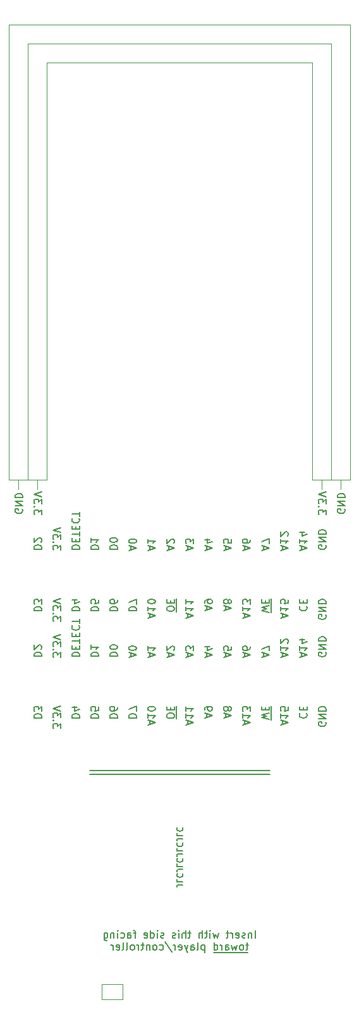
<source format=gbo>
%TF.GenerationSoftware,KiCad,Pcbnew,8.0.3-8.0.3-0~ubuntu24.04.1*%
%TF.CreationDate,2024-06-19T14:37:03-05:00*%
%TF.ProjectId,protopak64,70726f74-6f70-4616-9b36-342e6b696361,rev?*%
%TF.SameCoordinates,Original*%
%TF.FileFunction,Legend,Bot*%
%TF.FilePolarity,Positive*%
%FSLAX46Y46*%
G04 Gerber Fmt 4.6, Leading zero omitted, Abs format (unit mm)*
G04 Created by KiCad (PCBNEW 8.0.3-8.0.3-0~ubuntu24.04.1) date 2024-06-19 14:37:03*
%MOMM*%
%LPD*%
G01*
G04 APERTURE LIST*
G04 Aperture macros list*
%AMFreePoly0*
4,1,6,1.000000,0.000000,0.500000,-0.750000,-0.500000,-0.750000,-0.500000,0.750000,0.500000,0.750000,1.000000,0.000000,1.000000,0.000000,$1*%
%AMFreePoly1*
4,1,6,0.500000,-0.750000,-0.650000,-0.750000,-0.150000,0.000000,-0.650000,0.750000,0.500000,0.750000,0.500000,-0.750000,0.500000,-0.750000,$1*%
G04 Aperture macros list end*
%ADD10C,0.150000*%
%ADD11C,0.175000*%
%ADD12C,0.120000*%
%ADD13C,0.000000*%
%ADD14R,1.700000X1.700000*%
%ADD15O,1.700000X1.700000*%
%ADD16R,1.000000X5.400000*%
%ADD17R,2.000000X2.000000*%
%ADD18C,2.000000*%
%ADD19FreePoly0,0.000000*%
%ADD20FreePoly1,0.000000*%
G04 APERTURE END LIST*
D10*
X131699000Y-116967000D02*
X155829000Y-116967000D01*
X131699000Y-117475000D02*
X155829000Y-117475000D01*
X148336000Y-141351000D02*
X152908000Y-141351000D01*
X149944895Y-87340839D02*
X149944895Y-86864649D01*
X149659180Y-87436077D02*
X150659180Y-87102744D01*
X150659180Y-87102744D02*
X149659180Y-86769411D01*
X150659180Y-85959887D02*
X150659180Y-86436077D01*
X150659180Y-86436077D02*
X150182990Y-86483696D01*
X150182990Y-86483696D02*
X150230609Y-86436077D01*
X150230609Y-86436077D02*
X150278228Y-86340839D01*
X150278228Y-86340839D02*
X150278228Y-86102744D01*
X150278228Y-86102744D02*
X150230609Y-86007506D01*
X150230609Y-86007506D02*
X150182990Y-85959887D01*
X150182990Y-85959887D02*
X150087752Y-85912268D01*
X150087752Y-85912268D02*
X149849657Y-85912268D01*
X149849657Y-85912268D02*
X149754419Y-85959887D01*
X149754419Y-85959887D02*
X149706800Y-86007506D01*
X149706800Y-86007506D02*
X149659180Y-86102744D01*
X149659180Y-86102744D02*
X149659180Y-86340839D01*
X149659180Y-86340839D02*
X149706800Y-86436077D01*
X149706800Y-86436077D02*
X149754419Y-86483696D01*
X152484895Y-96396112D02*
X152484895Y-95919922D01*
X152199180Y-96491350D02*
X153199180Y-96158017D01*
X153199180Y-96158017D02*
X152199180Y-95824684D01*
X152199180Y-94967541D02*
X152199180Y-95538969D01*
X152199180Y-95253255D02*
X153199180Y-95253255D01*
X153199180Y-95253255D02*
X153056323Y-95348493D01*
X153056323Y-95348493D02*
X152961085Y-95443731D01*
X152961085Y-95443731D02*
X152913466Y-95538969D01*
X153199180Y-94634207D02*
X153199180Y-94015160D01*
X153199180Y-94015160D02*
X152818228Y-94348493D01*
X152818228Y-94348493D02*
X152818228Y-94205636D01*
X152818228Y-94205636D02*
X152770609Y-94110398D01*
X152770609Y-94110398D02*
X152722990Y-94062779D01*
X152722990Y-94062779D02*
X152627752Y-94015160D01*
X152627752Y-94015160D02*
X152389657Y-94015160D01*
X152389657Y-94015160D02*
X152294419Y-94062779D01*
X152294419Y-94062779D02*
X152246800Y-94110398D01*
X152246800Y-94110398D02*
X152199180Y-94205636D01*
X152199180Y-94205636D02*
X152199180Y-94491350D01*
X152199180Y-94491350D02*
X152246800Y-94586588D01*
X152246800Y-94586588D02*
X152294419Y-94634207D01*
X131879180Y-101644220D02*
X132879180Y-101644220D01*
X132879180Y-101644220D02*
X132879180Y-101406125D01*
X132879180Y-101406125D02*
X132831561Y-101263268D01*
X132831561Y-101263268D02*
X132736323Y-101168030D01*
X132736323Y-101168030D02*
X132641085Y-101120411D01*
X132641085Y-101120411D02*
X132450609Y-101072792D01*
X132450609Y-101072792D02*
X132307752Y-101072792D01*
X132307752Y-101072792D02*
X132117276Y-101120411D01*
X132117276Y-101120411D02*
X132022038Y-101168030D01*
X132022038Y-101168030D02*
X131926800Y-101263268D01*
X131926800Y-101263268D02*
X131879180Y-101406125D01*
X131879180Y-101406125D02*
X131879180Y-101644220D01*
X131879180Y-100120411D02*
X131879180Y-100691839D01*
X131879180Y-100406125D02*
X132879180Y-100406125D01*
X132879180Y-100406125D02*
X132736323Y-100501363D01*
X132736323Y-100501363D02*
X132641085Y-100596601D01*
X132641085Y-100596601D02*
X132593466Y-100691839D01*
D11*
X153883048Y-139348547D02*
X153883048Y-138348547D01*
X153406858Y-138681880D02*
X153406858Y-139348547D01*
X153406858Y-138777118D02*
X153359239Y-138729499D01*
X153359239Y-138729499D02*
X153264001Y-138681880D01*
X153264001Y-138681880D02*
X153121144Y-138681880D01*
X153121144Y-138681880D02*
X153025906Y-138729499D01*
X153025906Y-138729499D02*
X152978287Y-138824737D01*
X152978287Y-138824737D02*
X152978287Y-139348547D01*
X152549715Y-139300928D02*
X152454477Y-139348547D01*
X152454477Y-139348547D02*
X152264001Y-139348547D01*
X152264001Y-139348547D02*
X152168763Y-139300928D01*
X152168763Y-139300928D02*
X152121144Y-139205689D01*
X152121144Y-139205689D02*
X152121144Y-139158070D01*
X152121144Y-139158070D02*
X152168763Y-139062832D01*
X152168763Y-139062832D02*
X152264001Y-139015213D01*
X152264001Y-139015213D02*
X152406858Y-139015213D01*
X152406858Y-139015213D02*
X152502096Y-138967594D01*
X152502096Y-138967594D02*
X152549715Y-138872356D01*
X152549715Y-138872356D02*
X152549715Y-138824737D01*
X152549715Y-138824737D02*
X152502096Y-138729499D01*
X152502096Y-138729499D02*
X152406858Y-138681880D01*
X152406858Y-138681880D02*
X152264001Y-138681880D01*
X152264001Y-138681880D02*
X152168763Y-138729499D01*
X151311620Y-139300928D02*
X151406858Y-139348547D01*
X151406858Y-139348547D02*
X151597334Y-139348547D01*
X151597334Y-139348547D02*
X151692572Y-139300928D01*
X151692572Y-139300928D02*
X151740191Y-139205689D01*
X151740191Y-139205689D02*
X151740191Y-138824737D01*
X151740191Y-138824737D02*
X151692572Y-138729499D01*
X151692572Y-138729499D02*
X151597334Y-138681880D01*
X151597334Y-138681880D02*
X151406858Y-138681880D01*
X151406858Y-138681880D02*
X151311620Y-138729499D01*
X151311620Y-138729499D02*
X151264001Y-138824737D01*
X151264001Y-138824737D02*
X151264001Y-138919975D01*
X151264001Y-138919975D02*
X151740191Y-139015213D01*
X150835429Y-139348547D02*
X150835429Y-138681880D01*
X150835429Y-138872356D02*
X150787810Y-138777118D01*
X150787810Y-138777118D02*
X150740191Y-138729499D01*
X150740191Y-138729499D02*
X150644953Y-138681880D01*
X150644953Y-138681880D02*
X150549715Y-138681880D01*
X150359238Y-138681880D02*
X149978286Y-138681880D01*
X150216381Y-138348547D02*
X150216381Y-139205689D01*
X150216381Y-139205689D02*
X150168762Y-139300928D01*
X150168762Y-139300928D02*
X150073524Y-139348547D01*
X150073524Y-139348547D02*
X149978286Y-139348547D01*
X148978285Y-138681880D02*
X148787809Y-139348547D01*
X148787809Y-139348547D02*
X148597333Y-138872356D01*
X148597333Y-138872356D02*
X148406857Y-139348547D01*
X148406857Y-139348547D02*
X148216381Y-138681880D01*
X147835428Y-139348547D02*
X147835428Y-138681880D01*
X147835428Y-138348547D02*
X147883047Y-138396166D01*
X147883047Y-138396166D02*
X147835428Y-138443785D01*
X147835428Y-138443785D02*
X147787809Y-138396166D01*
X147787809Y-138396166D02*
X147835428Y-138348547D01*
X147835428Y-138348547D02*
X147835428Y-138443785D01*
X147502095Y-138681880D02*
X147121143Y-138681880D01*
X147359238Y-138348547D02*
X147359238Y-139205689D01*
X147359238Y-139205689D02*
X147311619Y-139300928D01*
X147311619Y-139300928D02*
X147216381Y-139348547D01*
X147216381Y-139348547D02*
X147121143Y-139348547D01*
X146787809Y-139348547D02*
X146787809Y-138348547D01*
X146359238Y-139348547D02*
X146359238Y-138824737D01*
X146359238Y-138824737D02*
X146406857Y-138729499D01*
X146406857Y-138729499D02*
X146502095Y-138681880D01*
X146502095Y-138681880D02*
X146644952Y-138681880D01*
X146644952Y-138681880D02*
X146740190Y-138729499D01*
X146740190Y-138729499D02*
X146787809Y-138777118D01*
X145263999Y-138681880D02*
X144883047Y-138681880D01*
X145121142Y-138348547D02*
X145121142Y-139205689D01*
X145121142Y-139205689D02*
X145073523Y-139300928D01*
X145073523Y-139300928D02*
X144978285Y-139348547D01*
X144978285Y-139348547D02*
X144883047Y-139348547D01*
X144549713Y-139348547D02*
X144549713Y-138348547D01*
X144121142Y-139348547D02*
X144121142Y-138824737D01*
X144121142Y-138824737D02*
X144168761Y-138729499D01*
X144168761Y-138729499D02*
X144263999Y-138681880D01*
X144263999Y-138681880D02*
X144406856Y-138681880D01*
X144406856Y-138681880D02*
X144502094Y-138729499D01*
X144502094Y-138729499D02*
X144549713Y-138777118D01*
X143644951Y-139348547D02*
X143644951Y-138681880D01*
X143644951Y-138348547D02*
X143692570Y-138396166D01*
X143692570Y-138396166D02*
X143644951Y-138443785D01*
X143644951Y-138443785D02*
X143597332Y-138396166D01*
X143597332Y-138396166D02*
X143644951Y-138348547D01*
X143644951Y-138348547D02*
X143644951Y-138443785D01*
X143216380Y-139300928D02*
X143121142Y-139348547D01*
X143121142Y-139348547D02*
X142930666Y-139348547D01*
X142930666Y-139348547D02*
X142835428Y-139300928D01*
X142835428Y-139300928D02*
X142787809Y-139205689D01*
X142787809Y-139205689D02*
X142787809Y-139158070D01*
X142787809Y-139158070D02*
X142835428Y-139062832D01*
X142835428Y-139062832D02*
X142930666Y-139015213D01*
X142930666Y-139015213D02*
X143073523Y-139015213D01*
X143073523Y-139015213D02*
X143168761Y-138967594D01*
X143168761Y-138967594D02*
X143216380Y-138872356D01*
X143216380Y-138872356D02*
X143216380Y-138824737D01*
X143216380Y-138824737D02*
X143168761Y-138729499D01*
X143168761Y-138729499D02*
X143073523Y-138681880D01*
X143073523Y-138681880D02*
X142930666Y-138681880D01*
X142930666Y-138681880D02*
X142835428Y-138729499D01*
X141644951Y-139300928D02*
X141549713Y-139348547D01*
X141549713Y-139348547D02*
X141359237Y-139348547D01*
X141359237Y-139348547D02*
X141263999Y-139300928D01*
X141263999Y-139300928D02*
X141216380Y-139205689D01*
X141216380Y-139205689D02*
X141216380Y-139158070D01*
X141216380Y-139158070D02*
X141263999Y-139062832D01*
X141263999Y-139062832D02*
X141359237Y-139015213D01*
X141359237Y-139015213D02*
X141502094Y-139015213D01*
X141502094Y-139015213D02*
X141597332Y-138967594D01*
X141597332Y-138967594D02*
X141644951Y-138872356D01*
X141644951Y-138872356D02*
X141644951Y-138824737D01*
X141644951Y-138824737D02*
X141597332Y-138729499D01*
X141597332Y-138729499D02*
X141502094Y-138681880D01*
X141502094Y-138681880D02*
X141359237Y-138681880D01*
X141359237Y-138681880D02*
X141263999Y-138729499D01*
X140787808Y-139348547D02*
X140787808Y-138681880D01*
X140787808Y-138348547D02*
X140835427Y-138396166D01*
X140835427Y-138396166D02*
X140787808Y-138443785D01*
X140787808Y-138443785D02*
X140740189Y-138396166D01*
X140740189Y-138396166D02*
X140787808Y-138348547D01*
X140787808Y-138348547D02*
X140787808Y-138443785D01*
X139883047Y-139348547D02*
X139883047Y-138348547D01*
X139883047Y-139300928D02*
X139978285Y-139348547D01*
X139978285Y-139348547D02*
X140168761Y-139348547D01*
X140168761Y-139348547D02*
X140263999Y-139300928D01*
X140263999Y-139300928D02*
X140311618Y-139253308D01*
X140311618Y-139253308D02*
X140359237Y-139158070D01*
X140359237Y-139158070D02*
X140359237Y-138872356D01*
X140359237Y-138872356D02*
X140311618Y-138777118D01*
X140311618Y-138777118D02*
X140263999Y-138729499D01*
X140263999Y-138729499D02*
X140168761Y-138681880D01*
X140168761Y-138681880D02*
X139978285Y-138681880D01*
X139978285Y-138681880D02*
X139883047Y-138729499D01*
X139025904Y-139300928D02*
X139121142Y-139348547D01*
X139121142Y-139348547D02*
X139311618Y-139348547D01*
X139311618Y-139348547D02*
X139406856Y-139300928D01*
X139406856Y-139300928D02*
X139454475Y-139205689D01*
X139454475Y-139205689D02*
X139454475Y-138824737D01*
X139454475Y-138824737D02*
X139406856Y-138729499D01*
X139406856Y-138729499D02*
X139311618Y-138681880D01*
X139311618Y-138681880D02*
X139121142Y-138681880D01*
X139121142Y-138681880D02*
X139025904Y-138729499D01*
X139025904Y-138729499D02*
X138978285Y-138824737D01*
X138978285Y-138824737D02*
X138978285Y-138919975D01*
X138978285Y-138919975D02*
X139454475Y-139015213D01*
X137930665Y-138681880D02*
X137549713Y-138681880D01*
X137787808Y-139348547D02*
X137787808Y-138491404D01*
X137787808Y-138491404D02*
X137740189Y-138396166D01*
X137740189Y-138396166D02*
X137644951Y-138348547D01*
X137644951Y-138348547D02*
X137549713Y-138348547D01*
X136787808Y-139348547D02*
X136787808Y-138824737D01*
X136787808Y-138824737D02*
X136835427Y-138729499D01*
X136835427Y-138729499D02*
X136930665Y-138681880D01*
X136930665Y-138681880D02*
X137121141Y-138681880D01*
X137121141Y-138681880D02*
X137216379Y-138729499D01*
X136787808Y-139300928D02*
X136883046Y-139348547D01*
X136883046Y-139348547D02*
X137121141Y-139348547D01*
X137121141Y-139348547D02*
X137216379Y-139300928D01*
X137216379Y-139300928D02*
X137263998Y-139205689D01*
X137263998Y-139205689D02*
X137263998Y-139110451D01*
X137263998Y-139110451D02*
X137216379Y-139015213D01*
X137216379Y-139015213D02*
X137121141Y-138967594D01*
X137121141Y-138967594D02*
X136883046Y-138967594D01*
X136883046Y-138967594D02*
X136787808Y-138919975D01*
X135883046Y-139300928D02*
X135978284Y-139348547D01*
X135978284Y-139348547D02*
X136168760Y-139348547D01*
X136168760Y-139348547D02*
X136263998Y-139300928D01*
X136263998Y-139300928D02*
X136311617Y-139253308D01*
X136311617Y-139253308D02*
X136359236Y-139158070D01*
X136359236Y-139158070D02*
X136359236Y-138872356D01*
X136359236Y-138872356D02*
X136311617Y-138777118D01*
X136311617Y-138777118D02*
X136263998Y-138729499D01*
X136263998Y-138729499D02*
X136168760Y-138681880D01*
X136168760Y-138681880D02*
X135978284Y-138681880D01*
X135978284Y-138681880D02*
X135883046Y-138729499D01*
X135454474Y-139348547D02*
X135454474Y-138681880D01*
X135454474Y-138348547D02*
X135502093Y-138396166D01*
X135502093Y-138396166D02*
X135454474Y-138443785D01*
X135454474Y-138443785D02*
X135406855Y-138396166D01*
X135406855Y-138396166D02*
X135454474Y-138348547D01*
X135454474Y-138348547D02*
X135454474Y-138443785D01*
X134978284Y-138681880D02*
X134978284Y-139348547D01*
X134978284Y-138777118D02*
X134930665Y-138729499D01*
X134930665Y-138729499D02*
X134835427Y-138681880D01*
X134835427Y-138681880D02*
X134692570Y-138681880D01*
X134692570Y-138681880D02*
X134597332Y-138729499D01*
X134597332Y-138729499D02*
X134549713Y-138824737D01*
X134549713Y-138824737D02*
X134549713Y-139348547D01*
X133644951Y-138681880D02*
X133644951Y-139491404D01*
X133644951Y-139491404D02*
X133692570Y-139586642D01*
X133692570Y-139586642D02*
X133740189Y-139634261D01*
X133740189Y-139634261D02*
X133835427Y-139681880D01*
X133835427Y-139681880D02*
X133978284Y-139681880D01*
X133978284Y-139681880D02*
X134073522Y-139634261D01*
X133644951Y-139300928D02*
X133740189Y-139348547D01*
X133740189Y-139348547D02*
X133930665Y-139348547D01*
X133930665Y-139348547D02*
X134025903Y-139300928D01*
X134025903Y-139300928D02*
X134073522Y-139253308D01*
X134073522Y-139253308D02*
X134121141Y-139158070D01*
X134121141Y-139158070D02*
X134121141Y-138872356D01*
X134121141Y-138872356D02*
X134073522Y-138777118D01*
X134073522Y-138777118D02*
X134025903Y-138729499D01*
X134025903Y-138729499D02*
X133930665Y-138681880D01*
X133930665Y-138681880D02*
X133740189Y-138681880D01*
X133740189Y-138681880D02*
X133644951Y-138729499D01*
X152978287Y-140291824D02*
X152597335Y-140291824D01*
X152835430Y-139958491D02*
X152835430Y-140815633D01*
X152835430Y-140815633D02*
X152787811Y-140910872D01*
X152787811Y-140910872D02*
X152692573Y-140958491D01*
X152692573Y-140958491D02*
X152597335Y-140958491D01*
X152121144Y-140958491D02*
X152216382Y-140910872D01*
X152216382Y-140910872D02*
X152264001Y-140863252D01*
X152264001Y-140863252D02*
X152311620Y-140768014D01*
X152311620Y-140768014D02*
X152311620Y-140482300D01*
X152311620Y-140482300D02*
X152264001Y-140387062D01*
X152264001Y-140387062D02*
X152216382Y-140339443D01*
X152216382Y-140339443D02*
X152121144Y-140291824D01*
X152121144Y-140291824D02*
X151978287Y-140291824D01*
X151978287Y-140291824D02*
X151883049Y-140339443D01*
X151883049Y-140339443D02*
X151835430Y-140387062D01*
X151835430Y-140387062D02*
X151787811Y-140482300D01*
X151787811Y-140482300D02*
X151787811Y-140768014D01*
X151787811Y-140768014D02*
X151835430Y-140863252D01*
X151835430Y-140863252D02*
X151883049Y-140910872D01*
X151883049Y-140910872D02*
X151978287Y-140958491D01*
X151978287Y-140958491D02*
X152121144Y-140958491D01*
X151454477Y-140291824D02*
X151264001Y-140958491D01*
X151264001Y-140958491D02*
X151073525Y-140482300D01*
X151073525Y-140482300D02*
X150883049Y-140958491D01*
X150883049Y-140958491D02*
X150692573Y-140291824D01*
X149883049Y-140958491D02*
X149883049Y-140434681D01*
X149883049Y-140434681D02*
X149930668Y-140339443D01*
X149930668Y-140339443D02*
X150025906Y-140291824D01*
X150025906Y-140291824D02*
X150216382Y-140291824D01*
X150216382Y-140291824D02*
X150311620Y-140339443D01*
X149883049Y-140910872D02*
X149978287Y-140958491D01*
X149978287Y-140958491D02*
X150216382Y-140958491D01*
X150216382Y-140958491D02*
X150311620Y-140910872D01*
X150311620Y-140910872D02*
X150359239Y-140815633D01*
X150359239Y-140815633D02*
X150359239Y-140720395D01*
X150359239Y-140720395D02*
X150311620Y-140625157D01*
X150311620Y-140625157D02*
X150216382Y-140577538D01*
X150216382Y-140577538D02*
X149978287Y-140577538D01*
X149978287Y-140577538D02*
X149883049Y-140529919D01*
X149406858Y-140958491D02*
X149406858Y-140291824D01*
X149406858Y-140482300D02*
X149359239Y-140387062D01*
X149359239Y-140387062D02*
X149311620Y-140339443D01*
X149311620Y-140339443D02*
X149216382Y-140291824D01*
X149216382Y-140291824D02*
X149121144Y-140291824D01*
X148359239Y-140958491D02*
X148359239Y-139958491D01*
X148359239Y-140910872D02*
X148454477Y-140958491D01*
X148454477Y-140958491D02*
X148644953Y-140958491D01*
X148644953Y-140958491D02*
X148740191Y-140910872D01*
X148740191Y-140910872D02*
X148787810Y-140863252D01*
X148787810Y-140863252D02*
X148835429Y-140768014D01*
X148835429Y-140768014D02*
X148835429Y-140482300D01*
X148835429Y-140482300D02*
X148787810Y-140387062D01*
X148787810Y-140387062D02*
X148740191Y-140339443D01*
X148740191Y-140339443D02*
X148644953Y-140291824D01*
X148644953Y-140291824D02*
X148454477Y-140291824D01*
X148454477Y-140291824D02*
X148359239Y-140339443D01*
X147121143Y-140291824D02*
X147121143Y-141291824D01*
X147121143Y-140339443D02*
X147025905Y-140291824D01*
X147025905Y-140291824D02*
X146835429Y-140291824D01*
X146835429Y-140291824D02*
X146740191Y-140339443D01*
X146740191Y-140339443D02*
X146692572Y-140387062D01*
X146692572Y-140387062D02*
X146644953Y-140482300D01*
X146644953Y-140482300D02*
X146644953Y-140768014D01*
X146644953Y-140768014D02*
X146692572Y-140863252D01*
X146692572Y-140863252D02*
X146740191Y-140910872D01*
X146740191Y-140910872D02*
X146835429Y-140958491D01*
X146835429Y-140958491D02*
X147025905Y-140958491D01*
X147025905Y-140958491D02*
X147121143Y-140910872D01*
X146073524Y-140958491D02*
X146168762Y-140910872D01*
X146168762Y-140910872D02*
X146216381Y-140815633D01*
X146216381Y-140815633D02*
X146216381Y-139958491D01*
X145264000Y-140958491D02*
X145264000Y-140434681D01*
X145264000Y-140434681D02*
X145311619Y-140339443D01*
X145311619Y-140339443D02*
X145406857Y-140291824D01*
X145406857Y-140291824D02*
X145597333Y-140291824D01*
X145597333Y-140291824D02*
X145692571Y-140339443D01*
X145264000Y-140910872D02*
X145359238Y-140958491D01*
X145359238Y-140958491D02*
X145597333Y-140958491D01*
X145597333Y-140958491D02*
X145692571Y-140910872D01*
X145692571Y-140910872D02*
X145740190Y-140815633D01*
X145740190Y-140815633D02*
X145740190Y-140720395D01*
X145740190Y-140720395D02*
X145692571Y-140625157D01*
X145692571Y-140625157D02*
X145597333Y-140577538D01*
X145597333Y-140577538D02*
X145359238Y-140577538D01*
X145359238Y-140577538D02*
X145264000Y-140529919D01*
X144883047Y-140291824D02*
X144644952Y-140958491D01*
X144406857Y-140291824D02*
X144644952Y-140958491D01*
X144644952Y-140958491D02*
X144740190Y-141196586D01*
X144740190Y-141196586D02*
X144787809Y-141244205D01*
X144787809Y-141244205D02*
X144883047Y-141291824D01*
X143644952Y-140910872D02*
X143740190Y-140958491D01*
X143740190Y-140958491D02*
X143930666Y-140958491D01*
X143930666Y-140958491D02*
X144025904Y-140910872D01*
X144025904Y-140910872D02*
X144073523Y-140815633D01*
X144073523Y-140815633D02*
X144073523Y-140434681D01*
X144073523Y-140434681D02*
X144025904Y-140339443D01*
X144025904Y-140339443D02*
X143930666Y-140291824D01*
X143930666Y-140291824D02*
X143740190Y-140291824D01*
X143740190Y-140291824D02*
X143644952Y-140339443D01*
X143644952Y-140339443D02*
X143597333Y-140434681D01*
X143597333Y-140434681D02*
X143597333Y-140529919D01*
X143597333Y-140529919D02*
X144073523Y-140625157D01*
X143168761Y-140958491D02*
X143168761Y-140291824D01*
X143168761Y-140482300D02*
X143121142Y-140387062D01*
X143121142Y-140387062D02*
X143073523Y-140339443D01*
X143073523Y-140339443D02*
X142978285Y-140291824D01*
X142978285Y-140291824D02*
X142883047Y-140291824D01*
X141835428Y-139910872D02*
X142692570Y-141196586D01*
X141073523Y-140910872D02*
X141168761Y-140958491D01*
X141168761Y-140958491D02*
X141359237Y-140958491D01*
X141359237Y-140958491D02*
X141454475Y-140910872D01*
X141454475Y-140910872D02*
X141502094Y-140863252D01*
X141502094Y-140863252D02*
X141549713Y-140768014D01*
X141549713Y-140768014D02*
X141549713Y-140482300D01*
X141549713Y-140482300D02*
X141502094Y-140387062D01*
X141502094Y-140387062D02*
X141454475Y-140339443D01*
X141454475Y-140339443D02*
X141359237Y-140291824D01*
X141359237Y-140291824D02*
X141168761Y-140291824D01*
X141168761Y-140291824D02*
X141073523Y-140339443D01*
X140502094Y-140958491D02*
X140597332Y-140910872D01*
X140597332Y-140910872D02*
X140644951Y-140863252D01*
X140644951Y-140863252D02*
X140692570Y-140768014D01*
X140692570Y-140768014D02*
X140692570Y-140482300D01*
X140692570Y-140482300D02*
X140644951Y-140387062D01*
X140644951Y-140387062D02*
X140597332Y-140339443D01*
X140597332Y-140339443D02*
X140502094Y-140291824D01*
X140502094Y-140291824D02*
X140359237Y-140291824D01*
X140359237Y-140291824D02*
X140263999Y-140339443D01*
X140263999Y-140339443D02*
X140216380Y-140387062D01*
X140216380Y-140387062D02*
X140168761Y-140482300D01*
X140168761Y-140482300D02*
X140168761Y-140768014D01*
X140168761Y-140768014D02*
X140216380Y-140863252D01*
X140216380Y-140863252D02*
X140263999Y-140910872D01*
X140263999Y-140910872D02*
X140359237Y-140958491D01*
X140359237Y-140958491D02*
X140502094Y-140958491D01*
X139740189Y-140291824D02*
X139740189Y-140958491D01*
X139740189Y-140387062D02*
X139692570Y-140339443D01*
X139692570Y-140339443D02*
X139597332Y-140291824D01*
X139597332Y-140291824D02*
X139454475Y-140291824D01*
X139454475Y-140291824D02*
X139359237Y-140339443D01*
X139359237Y-140339443D02*
X139311618Y-140434681D01*
X139311618Y-140434681D02*
X139311618Y-140958491D01*
X138978284Y-140291824D02*
X138597332Y-140291824D01*
X138835427Y-139958491D02*
X138835427Y-140815633D01*
X138835427Y-140815633D02*
X138787808Y-140910872D01*
X138787808Y-140910872D02*
X138692570Y-140958491D01*
X138692570Y-140958491D02*
X138597332Y-140958491D01*
X138263998Y-140958491D02*
X138263998Y-140291824D01*
X138263998Y-140482300D02*
X138216379Y-140387062D01*
X138216379Y-140387062D02*
X138168760Y-140339443D01*
X138168760Y-140339443D02*
X138073522Y-140291824D01*
X138073522Y-140291824D02*
X137978284Y-140291824D01*
X137502093Y-140958491D02*
X137597331Y-140910872D01*
X137597331Y-140910872D02*
X137644950Y-140863252D01*
X137644950Y-140863252D02*
X137692569Y-140768014D01*
X137692569Y-140768014D02*
X137692569Y-140482300D01*
X137692569Y-140482300D02*
X137644950Y-140387062D01*
X137644950Y-140387062D02*
X137597331Y-140339443D01*
X137597331Y-140339443D02*
X137502093Y-140291824D01*
X137502093Y-140291824D02*
X137359236Y-140291824D01*
X137359236Y-140291824D02*
X137263998Y-140339443D01*
X137263998Y-140339443D02*
X137216379Y-140387062D01*
X137216379Y-140387062D02*
X137168760Y-140482300D01*
X137168760Y-140482300D02*
X137168760Y-140768014D01*
X137168760Y-140768014D02*
X137216379Y-140863252D01*
X137216379Y-140863252D02*
X137263998Y-140910872D01*
X137263998Y-140910872D02*
X137359236Y-140958491D01*
X137359236Y-140958491D02*
X137502093Y-140958491D01*
X136597331Y-140958491D02*
X136692569Y-140910872D01*
X136692569Y-140910872D02*
X136740188Y-140815633D01*
X136740188Y-140815633D02*
X136740188Y-139958491D01*
X136073521Y-140958491D02*
X136168759Y-140910872D01*
X136168759Y-140910872D02*
X136216378Y-140815633D01*
X136216378Y-140815633D02*
X136216378Y-139958491D01*
X135311616Y-140910872D02*
X135406854Y-140958491D01*
X135406854Y-140958491D02*
X135597330Y-140958491D01*
X135597330Y-140958491D02*
X135692568Y-140910872D01*
X135692568Y-140910872D02*
X135740187Y-140815633D01*
X135740187Y-140815633D02*
X135740187Y-140434681D01*
X135740187Y-140434681D02*
X135692568Y-140339443D01*
X135692568Y-140339443D02*
X135597330Y-140291824D01*
X135597330Y-140291824D02*
X135406854Y-140291824D01*
X135406854Y-140291824D02*
X135311616Y-140339443D01*
X135311616Y-140339443D02*
X135263997Y-140434681D01*
X135263997Y-140434681D02*
X135263997Y-140529919D01*
X135263997Y-140529919D02*
X135740187Y-140625157D01*
X134835425Y-140958491D02*
X134835425Y-140291824D01*
X134835425Y-140482300D02*
X134787806Y-140387062D01*
X134787806Y-140387062D02*
X134740187Y-140339443D01*
X134740187Y-140339443D02*
X134644949Y-140291824D01*
X134644949Y-140291824D02*
X134549711Y-140291824D01*
D10*
X155024895Y-87340839D02*
X155024895Y-86864649D01*
X154739180Y-87436077D02*
X155739180Y-87102744D01*
X155739180Y-87102744D02*
X154739180Y-86769411D01*
X155739180Y-86531315D02*
X155739180Y-85864649D01*
X155739180Y-85864649D02*
X154739180Y-86293220D01*
X129339180Y-101644220D02*
X130339180Y-101644220D01*
X130339180Y-101644220D02*
X130339180Y-101406125D01*
X130339180Y-101406125D02*
X130291561Y-101263268D01*
X130291561Y-101263268D02*
X130196323Y-101168030D01*
X130196323Y-101168030D02*
X130101085Y-101120411D01*
X130101085Y-101120411D02*
X129910609Y-101072792D01*
X129910609Y-101072792D02*
X129767752Y-101072792D01*
X129767752Y-101072792D02*
X129577276Y-101120411D01*
X129577276Y-101120411D02*
X129482038Y-101168030D01*
X129482038Y-101168030D02*
X129386800Y-101263268D01*
X129386800Y-101263268D02*
X129339180Y-101406125D01*
X129339180Y-101406125D02*
X129339180Y-101644220D01*
X129862990Y-100644220D02*
X129862990Y-100310887D01*
X129339180Y-100168030D02*
X129339180Y-100644220D01*
X129339180Y-100644220D02*
X130339180Y-100644220D01*
X130339180Y-100644220D02*
X130339180Y-100168030D01*
X130339180Y-99882315D02*
X130339180Y-99310887D01*
X129339180Y-99596601D02*
X130339180Y-99596601D01*
X129862990Y-98977553D02*
X129862990Y-98644220D01*
X129339180Y-98501363D02*
X129339180Y-98977553D01*
X129339180Y-98977553D02*
X130339180Y-98977553D01*
X130339180Y-98977553D02*
X130339180Y-98501363D01*
X129434419Y-97501363D02*
X129386800Y-97548982D01*
X129386800Y-97548982D02*
X129339180Y-97691839D01*
X129339180Y-97691839D02*
X129339180Y-97787077D01*
X129339180Y-97787077D02*
X129386800Y-97929934D01*
X129386800Y-97929934D02*
X129482038Y-98025172D01*
X129482038Y-98025172D02*
X129577276Y-98072791D01*
X129577276Y-98072791D02*
X129767752Y-98120410D01*
X129767752Y-98120410D02*
X129910609Y-98120410D01*
X129910609Y-98120410D02*
X130101085Y-98072791D01*
X130101085Y-98072791D02*
X130196323Y-98025172D01*
X130196323Y-98025172D02*
X130291561Y-97929934D01*
X130291561Y-97929934D02*
X130339180Y-97787077D01*
X130339180Y-97787077D02*
X130339180Y-97691839D01*
X130339180Y-97691839D02*
X130291561Y-97548982D01*
X130291561Y-97548982D02*
X130243942Y-97501363D01*
X130339180Y-97215648D02*
X130339180Y-96644220D01*
X129339180Y-96929934D02*
X130339180Y-96929934D01*
X127799180Y-96919921D02*
X127799180Y-96300874D01*
X127799180Y-96300874D02*
X127418228Y-96634207D01*
X127418228Y-96634207D02*
X127418228Y-96491350D01*
X127418228Y-96491350D02*
X127370609Y-96396112D01*
X127370609Y-96396112D02*
X127322990Y-96348493D01*
X127322990Y-96348493D02*
X127227752Y-96300874D01*
X127227752Y-96300874D02*
X126989657Y-96300874D01*
X126989657Y-96300874D02*
X126894419Y-96348493D01*
X126894419Y-96348493D02*
X126846800Y-96396112D01*
X126846800Y-96396112D02*
X126799180Y-96491350D01*
X126799180Y-96491350D02*
X126799180Y-96777064D01*
X126799180Y-96777064D02*
X126846800Y-96872302D01*
X126846800Y-96872302D02*
X126894419Y-96919921D01*
X126894419Y-95872302D02*
X126846800Y-95824683D01*
X126846800Y-95824683D02*
X126799180Y-95872302D01*
X126799180Y-95872302D02*
X126846800Y-95919921D01*
X126846800Y-95919921D02*
X126894419Y-95872302D01*
X126894419Y-95872302D02*
X126799180Y-95872302D01*
X127799180Y-95491350D02*
X127799180Y-94872303D01*
X127799180Y-94872303D02*
X127418228Y-95205636D01*
X127418228Y-95205636D02*
X127418228Y-95062779D01*
X127418228Y-95062779D02*
X127370609Y-94967541D01*
X127370609Y-94967541D02*
X127322990Y-94919922D01*
X127322990Y-94919922D02*
X127227752Y-94872303D01*
X127227752Y-94872303D02*
X126989657Y-94872303D01*
X126989657Y-94872303D02*
X126894419Y-94919922D01*
X126894419Y-94919922D02*
X126846800Y-94967541D01*
X126846800Y-94967541D02*
X126799180Y-95062779D01*
X126799180Y-95062779D02*
X126799180Y-95348493D01*
X126799180Y-95348493D02*
X126846800Y-95443731D01*
X126846800Y-95443731D02*
X126894419Y-95491350D01*
X127799180Y-94586588D02*
X126799180Y-94253255D01*
X126799180Y-94253255D02*
X127799180Y-93919922D01*
X160104895Y-87340839D02*
X160104895Y-86864649D01*
X159819180Y-87436077D02*
X160819180Y-87102744D01*
X160819180Y-87102744D02*
X159819180Y-86769411D01*
X159819180Y-85912268D02*
X159819180Y-86483696D01*
X159819180Y-86197982D02*
X160819180Y-86197982D01*
X160819180Y-86197982D02*
X160676323Y-86293220D01*
X160676323Y-86293220D02*
X160581085Y-86388458D01*
X160581085Y-86388458D02*
X160533466Y-86483696D01*
X160485847Y-85055125D02*
X159819180Y-85055125D01*
X160866800Y-85293220D02*
X160152514Y-85531315D01*
X160152514Y-85531315D02*
X160152514Y-84912268D01*
X163311561Y-101120411D02*
X163359180Y-101215649D01*
X163359180Y-101215649D02*
X163359180Y-101358506D01*
X163359180Y-101358506D02*
X163311561Y-101501363D01*
X163311561Y-101501363D02*
X163216323Y-101596601D01*
X163216323Y-101596601D02*
X163121085Y-101644220D01*
X163121085Y-101644220D02*
X162930609Y-101691839D01*
X162930609Y-101691839D02*
X162787752Y-101691839D01*
X162787752Y-101691839D02*
X162597276Y-101644220D01*
X162597276Y-101644220D02*
X162502038Y-101596601D01*
X162502038Y-101596601D02*
X162406800Y-101501363D01*
X162406800Y-101501363D02*
X162359180Y-101358506D01*
X162359180Y-101358506D02*
X162359180Y-101263268D01*
X162359180Y-101263268D02*
X162406800Y-101120411D01*
X162406800Y-101120411D02*
X162454419Y-101072792D01*
X162454419Y-101072792D02*
X162787752Y-101072792D01*
X162787752Y-101072792D02*
X162787752Y-101263268D01*
X162359180Y-100644220D02*
X163359180Y-100644220D01*
X163359180Y-100644220D02*
X162359180Y-100072792D01*
X162359180Y-100072792D02*
X163359180Y-100072792D01*
X162359180Y-99596601D02*
X163359180Y-99596601D01*
X163359180Y-99596601D02*
X163359180Y-99358506D01*
X163359180Y-99358506D02*
X163311561Y-99215649D01*
X163311561Y-99215649D02*
X163216323Y-99120411D01*
X163216323Y-99120411D02*
X163121085Y-99072792D01*
X163121085Y-99072792D02*
X162930609Y-99025173D01*
X162930609Y-99025173D02*
X162787752Y-99025173D01*
X162787752Y-99025173D02*
X162597276Y-99072792D01*
X162597276Y-99072792D02*
X162502038Y-99120411D01*
X162502038Y-99120411D02*
X162406800Y-99215649D01*
X162406800Y-99215649D02*
X162359180Y-99358506D01*
X162359180Y-99358506D02*
X162359180Y-99596601D01*
X134419180Y-95538969D02*
X135419180Y-95538969D01*
X135419180Y-95538969D02*
X135419180Y-95300874D01*
X135419180Y-95300874D02*
X135371561Y-95158017D01*
X135371561Y-95158017D02*
X135276323Y-95062779D01*
X135276323Y-95062779D02*
X135181085Y-95015160D01*
X135181085Y-95015160D02*
X134990609Y-94967541D01*
X134990609Y-94967541D02*
X134847752Y-94967541D01*
X134847752Y-94967541D02*
X134657276Y-95015160D01*
X134657276Y-95015160D02*
X134562038Y-95062779D01*
X134562038Y-95062779D02*
X134466800Y-95158017D01*
X134466800Y-95158017D02*
X134419180Y-95300874D01*
X134419180Y-95300874D02*
X134419180Y-95538969D01*
X135419180Y-94110398D02*
X135419180Y-94300874D01*
X135419180Y-94300874D02*
X135371561Y-94396112D01*
X135371561Y-94396112D02*
X135323942Y-94443731D01*
X135323942Y-94443731D02*
X135181085Y-94538969D01*
X135181085Y-94538969D02*
X134990609Y-94586588D01*
X134990609Y-94586588D02*
X134609657Y-94586588D01*
X134609657Y-94586588D02*
X134514419Y-94538969D01*
X134514419Y-94538969D02*
X134466800Y-94491350D01*
X134466800Y-94491350D02*
X134419180Y-94396112D01*
X134419180Y-94396112D02*
X134419180Y-94205636D01*
X134419180Y-94205636D02*
X134466800Y-94110398D01*
X134466800Y-94110398D02*
X134514419Y-94062779D01*
X134514419Y-94062779D02*
X134609657Y-94015160D01*
X134609657Y-94015160D02*
X134847752Y-94015160D01*
X134847752Y-94015160D02*
X134942990Y-94062779D01*
X134942990Y-94062779D02*
X134990609Y-94110398D01*
X134990609Y-94110398D02*
X135038228Y-94205636D01*
X135038228Y-94205636D02*
X135038228Y-94396112D01*
X135038228Y-94396112D02*
X134990609Y-94491350D01*
X134990609Y-94491350D02*
X134942990Y-94538969D01*
X134942990Y-94538969D02*
X134847752Y-94586588D01*
X144201704Y-132219238D02*
X143630276Y-132219238D01*
X143630276Y-132219238D02*
X143515990Y-132257333D01*
X143515990Y-132257333D02*
X143439800Y-132333524D01*
X143439800Y-132333524D02*
X143401704Y-132447809D01*
X143401704Y-132447809D02*
X143401704Y-132524000D01*
X143401704Y-131457333D02*
X143401704Y-131838285D01*
X143401704Y-131838285D02*
X144201704Y-131838285D01*
X143477895Y-130733523D02*
X143439800Y-130771619D01*
X143439800Y-130771619D02*
X143401704Y-130885904D01*
X143401704Y-130885904D02*
X143401704Y-130962095D01*
X143401704Y-130962095D02*
X143439800Y-131076381D01*
X143439800Y-131076381D02*
X143515990Y-131152571D01*
X143515990Y-131152571D02*
X143592180Y-131190666D01*
X143592180Y-131190666D02*
X143744561Y-131228762D01*
X143744561Y-131228762D02*
X143858847Y-131228762D01*
X143858847Y-131228762D02*
X144011228Y-131190666D01*
X144011228Y-131190666D02*
X144087419Y-131152571D01*
X144087419Y-131152571D02*
X144163609Y-131076381D01*
X144163609Y-131076381D02*
X144201704Y-130962095D01*
X144201704Y-130962095D02*
X144201704Y-130885904D01*
X144201704Y-130885904D02*
X144163609Y-130771619D01*
X144163609Y-130771619D02*
X144125514Y-130733523D01*
X144201704Y-130162095D02*
X143630276Y-130162095D01*
X143630276Y-130162095D02*
X143515990Y-130200190D01*
X143515990Y-130200190D02*
X143439800Y-130276381D01*
X143439800Y-130276381D02*
X143401704Y-130390666D01*
X143401704Y-130390666D02*
X143401704Y-130466857D01*
X143401704Y-129400190D02*
X143401704Y-129781142D01*
X143401704Y-129781142D02*
X144201704Y-129781142D01*
X143477895Y-128676380D02*
X143439800Y-128714476D01*
X143439800Y-128714476D02*
X143401704Y-128828761D01*
X143401704Y-128828761D02*
X143401704Y-128904952D01*
X143401704Y-128904952D02*
X143439800Y-129019238D01*
X143439800Y-129019238D02*
X143515990Y-129095428D01*
X143515990Y-129095428D02*
X143592180Y-129133523D01*
X143592180Y-129133523D02*
X143744561Y-129171619D01*
X143744561Y-129171619D02*
X143858847Y-129171619D01*
X143858847Y-129171619D02*
X144011228Y-129133523D01*
X144011228Y-129133523D02*
X144087419Y-129095428D01*
X144087419Y-129095428D02*
X144163609Y-129019238D01*
X144163609Y-129019238D02*
X144201704Y-128904952D01*
X144201704Y-128904952D02*
X144201704Y-128828761D01*
X144201704Y-128828761D02*
X144163609Y-128714476D01*
X144163609Y-128714476D02*
X144125514Y-128676380D01*
X144201704Y-128104952D02*
X143630276Y-128104952D01*
X143630276Y-128104952D02*
X143515990Y-128143047D01*
X143515990Y-128143047D02*
X143439800Y-128219238D01*
X143439800Y-128219238D02*
X143401704Y-128333523D01*
X143401704Y-128333523D02*
X143401704Y-128409714D01*
X143401704Y-127343047D02*
X143401704Y-127723999D01*
X143401704Y-127723999D02*
X144201704Y-127723999D01*
X143477895Y-126619237D02*
X143439800Y-126657333D01*
X143439800Y-126657333D02*
X143401704Y-126771618D01*
X143401704Y-126771618D02*
X143401704Y-126847809D01*
X143401704Y-126847809D02*
X143439800Y-126962095D01*
X143439800Y-126962095D02*
X143515990Y-127038285D01*
X143515990Y-127038285D02*
X143592180Y-127076380D01*
X143592180Y-127076380D02*
X143744561Y-127114476D01*
X143744561Y-127114476D02*
X143858847Y-127114476D01*
X143858847Y-127114476D02*
X144011228Y-127076380D01*
X144011228Y-127076380D02*
X144087419Y-127038285D01*
X144087419Y-127038285D02*
X144163609Y-126962095D01*
X144163609Y-126962095D02*
X144201704Y-126847809D01*
X144201704Y-126847809D02*
X144201704Y-126771618D01*
X144201704Y-126771618D02*
X144163609Y-126657333D01*
X144163609Y-126657333D02*
X144125514Y-126619237D01*
X144201704Y-126047809D02*
X143630276Y-126047809D01*
X143630276Y-126047809D02*
X143515990Y-126085904D01*
X143515990Y-126085904D02*
X143439800Y-126162095D01*
X143439800Y-126162095D02*
X143401704Y-126276380D01*
X143401704Y-126276380D02*
X143401704Y-126352571D01*
X143401704Y-125285904D02*
X143401704Y-125666856D01*
X143401704Y-125666856D02*
X144201704Y-125666856D01*
X143477895Y-124562094D02*
X143439800Y-124600190D01*
X143439800Y-124600190D02*
X143401704Y-124714475D01*
X143401704Y-124714475D02*
X143401704Y-124790666D01*
X143401704Y-124790666D02*
X143439800Y-124904952D01*
X143439800Y-124904952D02*
X143515990Y-124981142D01*
X143515990Y-124981142D02*
X143592180Y-125019237D01*
X143592180Y-125019237D02*
X143744561Y-125057333D01*
X143744561Y-125057333D02*
X143858847Y-125057333D01*
X143858847Y-125057333D02*
X144011228Y-125019237D01*
X144011228Y-125019237D02*
X144087419Y-124981142D01*
X144087419Y-124981142D02*
X144163609Y-124904952D01*
X144163609Y-124904952D02*
X144201704Y-124790666D01*
X144201704Y-124790666D02*
X144201704Y-124714475D01*
X144201704Y-124714475D02*
X144163609Y-124600190D01*
X144163609Y-124600190D02*
X144125514Y-124562094D01*
X155739180Y-95729445D02*
X154739180Y-95491350D01*
X154739180Y-95491350D02*
X155453466Y-95300874D01*
X155453466Y-95300874D02*
X154739180Y-95110398D01*
X154739180Y-95110398D02*
X155739180Y-94872303D01*
X155262990Y-94491350D02*
X155262990Y-94158017D01*
X154739180Y-94015160D02*
X154739180Y-94491350D01*
X154739180Y-94491350D02*
X155739180Y-94491350D01*
X155739180Y-94491350D02*
X155739180Y-94015160D01*
X156016800Y-95772303D02*
X156016800Y-93924684D01*
X149944895Y-101691839D02*
X149944895Y-101215649D01*
X149659180Y-101787077D02*
X150659180Y-101453744D01*
X150659180Y-101453744D02*
X149659180Y-101120411D01*
X150659180Y-100310887D02*
X150659180Y-100787077D01*
X150659180Y-100787077D02*
X150182990Y-100834696D01*
X150182990Y-100834696D02*
X150230609Y-100787077D01*
X150230609Y-100787077D02*
X150278228Y-100691839D01*
X150278228Y-100691839D02*
X150278228Y-100453744D01*
X150278228Y-100453744D02*
X150230609Y-100358506D01*
X150230609Y-100358506D02*
X150182990Y-100310887D01*
X150182990Y-100310887D02*
X150087752Y-100263268D01*
X150087752Y-100263268D02*
X149849657Y-100263268D01*
X149849657Y-100263268D02*
X149754419Y-100310887D01*
X149754419Y-100310887D02*
X149706800Y-100358506D01*
X149706800Y-100358506D02*
X149659180Y-100453744D01*
X149659180Y-100453744D02*
X149659180Y-100691839D01*
X149659180Y-100691839D02*
X149706800Y-100787077D01*
X149706800Y-100787077D02*
X149754419Y-100834696D01*
X143039180Y-95348493D02*
X143039180Y-95158017D01*
X143039180Y-95158017D02*
X142991561Y-95062779D01*
X142991561Y-95062779D02*
X142896323Y-94967541D01*
X142896323Y-94967541D02*
X142705847Y-94919922D01*
X142705847Y-94919922D02*
X142372514Y-94919922D01*
X142372514Y-94919922D02*
X142182038Y-94967541D01*
X142182038Y-94967541D02*
X142086800Y-95062779D01*
X142086800Y-95062779D02*
X142039180Y-95158017D01*
X142039180Y-95158017D02*
X142039180Y-95348493D01*
X142039180Y-95348493D02*
X142086800Y-95443731D01*
X142086800Y-95443731D02*
X142182038Y-95538969D01*
X142182038Y-95538969D02*
X142372514Y-95586588D01*
X142372514Y-95586588D02*
X142705847Y-95586588D01*
X142705847Y-95586588D02*
X142896323Y-95538969D01*
X142896323Y-95538969D02*
X142991561Y-95443731D01*
X142991561Y-95443731D02*
X143039180Y-95348493D01*
X142562990Y-94491350D02*
X142562990Y-94158017D01*
X142039180Y-94015160D02*
X142039180Y-94491350D01*
X142039180Y-94491350D02*
X143039180Y-94491350D01*
X143039180Y-94491350D02*
X143039180Y-94015160D01*
X143316800Y-95677065D02*
X143316800Y-93924684D01*
X159914419Y-109270922D02*
X159866800Y-109318541D01*
X159866800Y-109318541D02*
X159819180Y-109461398D01*
X159819180Y-109461398D02*
X159819180Y-109556636D01*
X159819180Y-109556636D02*
X159866800Y-109699493D01*
X159866800Y-109699493D02*
X159962038Y-109794731D01*
X159962038Y-109794731D02*
X160057276Y-109842350D01*
X160057276Y-109842350D02*
X160247752Y-109889969D01*
X160247752Y-109889969D02*
X160390609Y-109889969D01*
X160390609Y-109889969D02*
X160581085Y-109842350D01*
X160581085Y-109842350D02*
X160676323Y-109794731D01*
X160676323Y-109794731D02*
X160771561Y-109699493D01*
X160771561Y-109699493D02*
X160819180Y-109556636D01*
X160819180Y-109556636D02*
X160819180Y-109461398D01*
X160819180Y-109461398D02*
X160771561Y-109318541D01*
X160771561Y-109318541D02*
X160723942Y-109270922D01*
X160342990Y-108842350D02*
X160342990Y-108509017D01*
X159819180Y-108366160D02*
X159819180Y-108842350D01*
X159819180Y-108842350D02*
X160819180Y-108842350D01*
X160819180Y-108842350D02*
X160819180Y-108366160D01*
X147404895Y-95443731D02*
X147404895Y-94967541D01*
X147119180Y-95538969D02*
X148119180Y-95205636D01*
X148119180Y-95205636D02*
X147119180Y-94872303D01*
X147119180Y-94491350D02*
X147119180Y-94300874D01*
X147119180Y-94300874D02*
X147166800Y-94205636D01*
X147166800Y-94205636D02*
X147214419Y-94158017D01*
X147214419Y-94158017D02*
X147357276Y-94062779D01*
X147357276Y-94062779D02*
X147547752Y-94015160D01*
X147547752Y-94015160D02*
X147928704Y-94015160D01*
X147928704Y-94015160D02*
X148023942Y-94062779D01*
X148023942Y-94062779D02*
X148071561Y-94110398D01*
X148071561Y-94110398D02*
X148119180Y-94205636D01*
X148119180Y-94205636D02*
X148119180Y-94396112D01*
X148119180Y-94396112D02*
X148071561Y-94491350D01*
X148071561Y-94491350D02*
X148023942Y-94538969D01*
X148023942Y-94538969D02*
X147928704Y-94586588D01*
X147928704Y-94586588D02*
X147690609Y-94586588D01*
X147690609Y-94586588D02*
X147595371Y-94538969D01*
X147595371Y-94538969D02*
X147547752Y-94491350D01*
X147547752Y-94491350D02*
X147500133Y-94396112D01*
X147500133Y-94396112D02*
X147500133Y-94205636D01*
X147500133Y-94205636D02*
X147547752Y-94110398D01*
X147547752Y-94110398D02*
X147595371Y-94062779D01*
X147595371Y-94062779D02*
X147690609Y-94015160D01*
X134419180Y-101644220D02*
X135419180Y-101644220D01*
X135419180Y-101644220D02*
X135419180Y-101406125D01*
X135419180Y-101406125D02*
X135371561Y-101263268D01*
X135371561Y-101263268D02*
X135276323Y-101168030D01*
X135276323Y-101168030D02*
X135181085Y-101120411D01*
X135181085Y-101120411D02*
X134990609Y-101072792D01*
X134990609Y-101072792D02*
X134847752Y-101072792D01*
X134847752Y-101072792D02*
X134657276Y-101120411D01*
X134657276Y-101120411D02*
X134562038Y-101168030D01*
X134562038Y-101168030D02*
X134466800Y-101263268D01*
X134466800Y-101263268D02*
X134419180Y-101406125D01*
X134419180Y-101406125D02*
X134419180Y-101644220D01*
X135419180Y-100453744D02*
X135419180Y-100358506D01*
X135419180Y-100358506D02*
X135371561Y-100263268D01*
X135371561Y-100263268D02*
X135323942Y-100215649D01*
X135323942Y-100215649D02*
X135228704Y-100168030D01*
X135228704Y-100168030D02*
X135038228Y-100120411D01*
X135038228Y-100120411D02*
X134800133Y-100120411D01*
X134800133Y-100120411D02*
X134609657Y-100168030D01*
X134609657Y-100168030D02*
X134514419Y-100215649D01*
X134514419Y-100215649D02*
X134466800Y-100263268D01*
X134466800Y-100263268D02*
X134419180Y-100358506D01*
X134419180Y-100358506D02*
X134419180Y-100453744D01*
X134419180Y-100453744D02*
X134466800Y-100548982D01*
X134466800Y-100548982D02*
X134514419Y-100596601D01*
X134514419Y-100596601D02*
X134609657Y-100644220D01*
X134609657Y-100644220D02*
X134800133Y-100691839D01*
X134800133Y-100691839D02*
X135038228Y-100691839D01*
X135038228Y-100691839D02*
X135228704Y-100644220D01*
X135228704Y-100644220D02*
X135323942Y-100596601D01*
X135323942Y-100596601D02*
X135371561Y-100548982D01*
X135371561Y-100548982D02*
X135419180Y-100453744D01*
X147404895Y-101691839D02*
X147404895Y-101215649D01*
X147119180Y-101787077D02*
X148119180Y-101453744D01*
X148119180Y-101453744D02*
X147119180Y-101120411D01*
X147785847Y-100358506D02*
X147119180Y-100358506D01*
X148166800Y-100596601D02*
X147452514Y-100834696D01*
X147452514Y-100834696D02*
X147452514Y-100215649D01*
X157564895Y-110747112D02*
X157564895Y-110270922D01*
X157279180Y-110842350D02*
X158279180Y-110509017D01*
X158279180Y-110509017D02*
X157279180Y-110175684D01*
X157279180Y-109318541D02*
X157279180Y-109889969D01*
X157279180Y-109604255D02*
X158279180Y-109604255D01*
X158279180Y-109604255D02*
X158136323Y-109699493D01*
X158136323Y-109699493D02*
X158041085Y-109794731D01*
X158041085Y-109794731D02*
X157993466Y-109889969D01*
X158279180Y-108413779D02*
X158279180Y-108889969D01*
X158279180Y-108889969D02*
X157802990Y-108937588D01*
X157802990Y-108937588D02*
X157850609Y-108889969D01*
X157850609Y-108889969D02*
X157898228Y-108794731D01*
X157898228Y-108794731D02*
X157898228Y-108556636D01*
X157898228Y-108556636D02*
X157850609Y-108461398D01*
X157850609Y-108461398D02*
X157802990Y-108413779D01*
X157802990Y-108413779D02*
X157707752Y-108366160D01*
X157707752Y-108366160D02*
X157469657Y-108366160D01*
X157469657Y-108366160D02*
X157374419Y-108413779D01*
X157374419Y-108413779D02*
X157326800Y-108461398D01*
X157326800Y-108461398D02*
X157279180Y-108556636D01*
X157279180Y-108556636D02*
X157279180Y-108794731D01*
X157279180Y-108794731D02*
X157326800Y-108889969D01*
X157326800Y-108889969D02*
X157374419Y-108937588D01*
X134419180Y-109889969D02*
X135419180Y-109889969D01*
X135419180Y-109889969D02*
X135419180Y-109651874D01*
X135419180Y-109651874D02*
X135371561Y-109509017D01*
X135371561Y-109509017D02*
X135276323Y-109413779D01*
X135276323Y-109413779D02*
X135181085Y-109366160D01*
X135181085Y-109366160D02*
X134990609Y-109318541D01*
X134990609Y-109318541D02*
X134847752Y-109318541D01*
X134847752Y-109318541D02*
X134657276Y-109366160D01*
X134657276Y-109366160D02*
X134562038Y-109413779D01*
X134562038Y-109413779D02*
X134466800Y-109509017D01*
X134466800Y-109509017D02*
X134419180Y-109651874D01*
X134419180Y-109651874D02*
X134419180Y-109889969D01*
X135419180Y-108461398D02*
X135419180Y-108651874D01*
X135419180Y-108651874D02*
X135371561Y-108747112D01*
X135371561Y-108747112D02*
X135323942Y-108794731D01*
X135323942Y-108794731D02*
X135181085Y-108889969D01*
X135181085Y-108889969D02*
X134990609Y-108937588D01*
X134990609Y-108937588D02*
X134609657Y-108937588D01*
X134609657Y-108937588D02*
X134514419Y-108889969D01*
X134514419Y-108889969D02*
X134466800Y-108842350D01*
X134466800Y-108842350D02*
X134419180Y-108747112D01*
X134419180Y-108747112D02*
X134419180Y-108556636D01*
X134419180Y-108556636D02*
X134466800Y-108461398D01*
X134466800Y-108461398D02*
X134514419Y-108413779D01*
X134514419Y-108413779D02*
X134609657Y-108366160D01*
X134609657Y-108366160D02*
X134847752Y-108366160D01*
X134847752Y-108366160D02*
X134942990Y-108413779D01*
X134942990Y-108413779D02*
X134990609Y-108461398D01*
X134990609Y-108461398D02*
X135038228Y-108556636D01*
X135038228Y-108556636D02*
X135038228Y-108747112D01*
X135038228Y-108747112D02*
X134990609Y-108842350D01*
X134990609Y-108842350D02*
X134942990Y-108889969D01*
X134942990Y-108889969D02*
X134847752Y-108937588D01*
X143039180Y-109699493D02*
X143039180Y-109509017D01*
X143039180Y-109509017D02*
X142991561Y-109413779D01*
X142991561Y-109413779D02*
X142896323Y-109318541D01*
X142896323Y-109318541D02*
X142705847Y-109270922D01*
X142705847Y-109270922D02*
X142372514Y-109270922D01*
X142372514Y-109270922D02*
X142182038Y-109318541D01*
X142182038Y-109318541D02*
X142086800Y-109413779D01*
X142086800Y-109413779D02*
X142039180Y-109509017D01*
X142039180Y-109509017D02*
X142039180Y-109699493D01*
X142039180Y-109699493D02*
X142086800Y-109794731D01*
X142086800Y-109794731D02*
X142182038Y-109889969D01*
X142182038Y-109889969D02*
X142372514Y-109937588D01*
X142372514Y-109937588D02*
X142705847Y-109937588D01*
X142705847Y-109937588D02*
X142896323Y-109889969D01*
X142896323Y-109889969D02*
X142991561Y-109794731D01*
X142991561Y-109794731D02*
X143039180Y-109699493D01*
X142562990Y-108842350D02*
X142562990Y-108509017D01*
X142039180Y-108366160D02*
X142039180Y-108842350D01*
X142039180Y-108842350D02*
X143039180Y-108842350D01*
X143039180Y-108842350D02*
X143039180Y-108366160D01*
X143316800Y-110028065D02*
X143316800Y-108275684D01*
X139784895Y-87340839D02*
X139784895Y-86864649D01*
X139499180Y-87436077D02*
X140499180Y-87102744D01*
X140499180Y-87102744D02*
X139499180Y-86769411D01*
X139499180Y-85912268D02*
X139499180Y-86483696D01*
X139499180Y-86197982D02*
X140499180Y-86197982D01*
X140499180Y-86197982D02*
X140356323Y-86293220D01*
X140356323Y-86293220D02*
X140261085Y-86388458D01*
X140261085Y-86388458D02*
X140213466Y-86483696D01*
X134419180Y-87293220D02*
X135419180Y-87293220D01*
X135419180Y-87293220D02*
X135419180Y-87055125D01*
X135419180Y-87055125D02*
X135371561Y-86912268D01*
X135371561Y-86912268D02*
X135276323Y-86817030D01*
X135276323Y-86817030D02*
X135181085Y-86769411D01*
X135181085Y-86769411D02*
X134990609Y-86721792D01*
X134990609Y-86721792D02*
X134847752Y-86721792D01*
X134847752Y-86721792D02*
X134657276Y-86769411D01*
X134657276Y-86769411D02*
X134562038Y-86817030D01*
X134562038Y-86817030D02*
X134466800Y-86912268D01*
X134466800Y-86912268D02*
X134419180Y-87055125D01*
X134419180Y-87055125D02*
X134419180Y-87293220D01*
X135419180Y-86102744D02*
X135419180Y-86007506D01*
X135419180Y-86007506D02*
X135371561Y-85912268D01*
X135371561Y-85912268D02*
X135323942Y-85864649D01*
X135323942Y-85864649D02*
X135228704Y-85817030D01*
X135228704Y-85817030D02*
X135038228Y-85769411D01*
X135038228Y-85769411D02*
X134800133Y-85769411D01*
X134800133Y-85769411D02*
X134609657Y-85817030D01*
X134609657Y-85817030D02*
X134514419Y-85864649D01*
X134514419Y-85864649D02*
X134466800Y-85912268D01*
X134466800Y-85912268D02*
X134419180Y-86007506D01*
X134419180Y-86007506D02*
X134419180Y-86102744D01*
X134419180Y-86102744D02*
X134466800Y-86197982D01*
X134466800Y-86197982D02*
X134514419Y-86245601D01*
X134514419Y-86245601D02*
X134609657Y-86293220D01*
X134609657Y-86293220D02*
X134800133Y-86340839D01*
X134800133Y-86340839D02*
X135038228Y-86340839D01*
X135038228Y-86340839D02*
X135228704Y-86293220D01*
X135228704Y-86293220D02*
X135323942Y-86245601D01*
X135323942Y-86245601D02*
X135371561Y-86197982D01*
X135371561Y-86197982D02*
X135419180Y-86102744D01*
X152484895Y-87340839D02*
X152484895Y-86864649D01*
X152199180Y-87436077D02*
X153199180Y-87102744D01*
X153199180Y-87102744D02*
X152199180Y-86769411D01*
X153199180Y-86007506D02*
X153199180Y-86197982D01*
X153199180Y-86197982D02*
X153151561Y-86293220D01*
X153151561Y-86293220D02*
X153103942Y-86340839D01*
X153103942Y-86340839D02*
X152961085Y-86436077D01*
X152961085Y-86436077D02*
X152770609Y-86483696D01*
X152770609Y-86483696D02*
X152389657Y-86483696D01*
X152389657Y-86483696D02*
X152294419Y-86436077D01*
X152294419Y-86436077D02*
X152246800Y-86388458D01*
X152246800Y-86388458D02*
X152199180Y-86293220D01*
X152199180Y-86293220D02*
X152199180Y-86102744D01*
X152199180Y-86102744D02*
X152246800Y-86007506D01*
X152246800Y-86007506D02*
X152294419Y-85959887D01*
X152294419Y-85959887D02*
X152389657Y-85912268D01*
X152389657Y-85912268D02*
X152627752Y-85912268D01*
X152627752Y-85912268D02*
X152722990Y-85959887D01*
X152722990Y-85959887D02*
X152770609Y-86007506D01*
X152770609Y-86007506D02*
X152818228Y-86102744D01*
X152818228Y-86102744D02*
X152818228Y-86293220D01*
X152818228Y-86293220D02*
X152770609Y-86388458D01*
X152770609Y-86388458D02*
X152722990Y-86436077D01*
X152722990Y-86436077D02*
X152627752Y-86483696D01*
X149944895Y-109794731D02*
X149944895Y-109318541D01*
X149659180Y-109889969D02*
X150659180Y-109556636D01*
X150659180Y-109556636D02*
X149659180Y-109223303D01*
X150230609Y-108747112D02*
X150278228Y-108842350D01*
X150278228Y-108842350D02*
X150325847Y-108889969D01*
X150325847Y-108889969D02*
X150421085Y-108937588D01*
X150421085Y-108937588D02*
X150468704Y-108937588D01*
X150468704Y-108937588D02*
X150563942Y-108889969D01*
X150563942Y-108889969D02*
X150611561Y-108842350D01*
X150611561Y-108842350D02*
X150659180Y-108747112D01*
X150659180Y-108747112D02*
X150659180Y-108556636D01*
X150659180Y-108556636D02*
X150611561Y-108461398D01*
X150611561Y-108461398D02*
X150563942Y-108413779D01*
X150563942Y-108413779D02*
X150468704Y-108366160D01*
X150468704Y-108366160D02*
X150421085Y-108366160D01*
X150421085Y-108366160D02*
X150325847Y-108413779D01*
X150325847Y-108413779D02*
X150278228Y-108461398D01*
X150278228Y-108461398D02*
X150230609Y-108556636D01*
X150230609Y-108556636D02*
X150230609Y-108747112D01*
X150230609Y-108747112D02*
X150182990Y-108842350D01*
X150182990Y-108842350D02*
X150135371Y-108889969D01*
X150135371Y-108889969D02*
X150040133Y-108937588D01*
X150040133Y-108937588D02*
X149849657Y-108937588D01*
X149849657Y-108937588D02*
X149754419Y-108889969D01*
X149754419Y-108889969D02*
X149706800Y-108842350D01*
X149706800Y-108842350D02*
X149659180Y-108747112D01*
X149659180Y-108747112D02*
X149659180Y-108556636D01*
X149659180Y-108556636D02*
X149706800Y-108461398D01*
X149706800Y-108461398D02*
X149754419Y-108413779D01*
X149754419Y-108413779D02*
X149849657Y-108366160D01*
X149849657Y-108366160D02*
X150040133Y-108366160D01*
X150040133Y-108366160D02*
X150135371Y-108413779D01*
X150135371Y-108413779D02*
X150182990Y-108461398D01*
X150182990Y-108461398D02*
X150230609Y-108556636D01*
X152484895Y-110747112D02*
X152484895Y-110270922D01*
X152199180Y-110842350D02*
X153199180Y-110509017D01*
X153199180Y-110509017D02*
X152199180Y-110175684D01*
X152199180Y-109318541D02*
X152199180Y-109889969D01*
X152199180Y-109604255D02*
X153199180Y-109604255D01*
X153199180Y-109604255D02*
X153056323Y-109699493D01*
X153056323Y-109699493D02*
X152961085Y-109794731D01*
X152961085Y-109794731D02*
X152913466Y-109889969D01*
X153199180Y-108985207D02*
X153199180Y-108366160D01*
X153199180Y-108366160D02*
X152818228Y-108699493D01*
X152818228Y-108699493D02*
X152818228Y-108556636D01*
X152818228Y-108556636D02*
X152770609Y-108461398D01*
X152770609Y-108461398D02*
X152722990Y-108413779D01*
X152722990Y-108413779D02*
X152627752Y-108366160D01*
X152627752Y-108366160D02*
X152389657Y-108366160D01*
X152389657Y-108366160D02*
X152294419Y-108413779D01*
X152294419Y-108413779D02*
X152246800Y-108461398D01*
X152246800Y-108461398D02*
X152199180Y-108556636D01*
X152199180Y-108556636D02*
X152199180Y-108842350D01*
X152199180Y-108842350D02*
X152246800Y-108937588D01*
X152246800Y-108937588D02*
X152294419Y-108985207D01*
X136959180Y-95538969D02*
X137959180Y-95538969D01*
X137959180Y-95538969D02*
X137959180Y-95300874D01*
X137959180Y-95300874D02*
X137911561Y-95158017D01*
X137911561Y-95158017D02*
X137816323Y-95062779D01*
X137816323Y-95062779D02*
X137721085Y-95015160D01*
X137721085Y-95015160D02*
X137530609Y-94967541D01*
X137530609Y-94967541D02*
X137387752Y-94967541D01*
X137387752Y-94967541D02*
X137197276Y-95015160D01*
X137197276Y-95015160D02*
X137102038Y-95062779D01*
X137102038Y-95062779D02*
X137006800Y-95158017D01*
X137006800Y-95158017D02*
X136959180Y-95300874D01*
X136959180Y-95300874D02*
X136959180Y-95538969D01*
X137959180Y-94634207D02*
X137959180Y-93967541D01*
X137959180Y-93967541D02*
X136959180Y-94396112D01*
X144864895Y-96396112D02*
X144864895Y-95919922D01*
X144579180Y-96491350D02*
X145579180Y-96158017D01*
X145579180Y-96158017D02*
X144579180Y-95824684D01*
X144579180Y-94967541D02*
X144579180Y-95538969D01*
X144579180Y-95253255D02*
X145579180Y-95253255D01*
X145579180Y-95253255D02*
X145436323Y-95348493D01*
X145436323Y-95348493D02*
X145341085Y-95443731D01*
X145341085Y-95443731D02*
X145293466Y-95538969D01*
X144579180Y-94015160D02*
X144579180Y-94586588D01*
X144579180Y-94300874D02*
X145579180Y-94300874D01*
X145579180Y-94300874D02*
X145436323Y-94396112D01*
X145436323Y-94396112D02*
X145341085Y-94491350D01*
X145341085Y-94491350D02*
X145293466Y-94586588D01*
X160104895Y-101691839D02*
X160104895Y-101215649D01*
X159819180Y-101787077D02*
X160819180Y-101453744D01*
X160819180Y-101453744D02*
X159819180Y-101120411D01*
X159819180Y-100263268D02*
X159819180Y-100834696D01*
X159819180Y-100548982D02*
X160819180Y-100548982D01*
X160819180Y-100548982D02*
X160676323Y-100644220D01*
X160676323Y-100644220D02*
X160581085Y-100739458D01*
X160581085Y-100739458D02*
X160533466Y-100834696D01*
X160485847Y-99406125D02*
X159819180Y-99406125D01*
X160866800Y-99644220D02*
X160152514Y-99882315D01*
X160152514Y-99882315D02*
X160152514Y-99263268D01*
X163311561Y-86769411D02*
X163359180Y-86864649D01*
X163359180Y-86864649D02*
X163359180Y-87007506D01*
X163359180Y-87007506D02*
X163311561Y-87150363D01*
X163311561Y-87150363D02*
X163216323Y-87245601D01*
X163216323Y-87245601D02*
X163121085Y-87293220D01*
X163121085Y-87293220D02*
X162930609Y-87340839D01*
X162930609Y-87340839D02*
X162787752Y-87340839D01*
X162787752Y-87340839D02*
X162597276Y-87293220D01*
X162597276Y-87293220D02*
X162502038Y-87245601D01*
X162502038Y-87245601D02*
X162406800Y-87150363D01*
X162406800Y-87150363D02*
X162359180Y-87007506D01*
X162359180Y-87007506D02*
X162359180Y-86912268D01*
X162359180Y-86912268D02*
X162406800Y-86769411D01*
X162406800Y-86769411D02*
X162454419Y-86721792D01*
X162454419Y-86721792D02*
X162787752Y-86721792D01*
X162787752Y-86721792D02*
X162787752Y-86912268D01*
X162359180Y-86293220D02*
X163359180Y-86293220D01*
X163359180Y-86293220D02*
X162359180Y-85721792D01*
X162359180Y-85721792D02*
X163359180Y-85721792D01*
X162359180Y-85245601D02*
X163359180Y-85245601D01*
X163359180Y-85245601D02*
X163359180Y-85007506D01*
X163359180Y-85007506D02*
X163311561Y-84864649D01*
X163311561Y-84864649D02*
X163216323Y-84769411D01*
X163216323Y-84769411D02*
X163121085Y-84721792D01*
X163121085Y-84721792D02*
X162930609Y-84674173D01*
X162930609Y-84674173D02*
X162787752Y-84674173D01*
X162787752Y-84674173D02*
X162597276Y-84721792D01*
X162597276Y-84721792D02*
X162502038Y-84769411D01*
X162502038Y-84769411D02*
X162406800Y-84864649D01*
X162406800Y-84864649D02*
X162359180Y-85007506D01*
X162359180Y-85007506D02*
X162359180Y-85245601D01*
X157564895Y-101691839D02*
X157564895Y-101215649D01*
X157279180Y-101787077D02*
X158279180Y-101453744D01*
X158279180Y-101453744D02*
X157279180Y-101120411D01*
X157279180Y-100263268D02*
X157279180Y-100834696D01*
X157279180Y-100548982D02*
X158279180Y-100548982D01*
X158279180Y-100548982D02*
X158136323Y-100644220D01*
X158136323Y-100644220D02*
X158041085Y-100739458D01*
X158041085Y-100739458D02*
X157993466Y-100834696D01*
X158183942Y-99882315D02*
X158231561Y-99834696D01*
X158231561Y-99834696D02*
X158279180Y-99739458D01*
X158279180Y-99739458D02*
X158279180Y-99501363D01*
X158279180Y-99501363D02*
X158231561Y-99406125D01*
X158231561Y-99406125D02*
X158183942Y-99358506D01*
X158183942Y-99358506D02*
X158088704Y-99310887D01*
X158088704Y-99310887D02*
X157993466Y-99310887D01*
X157993466Y-99310887D02*
X157850609Y-99358506D01*
X157850609Y-99358506D02*
X157279180Y-99929934D01*
X157279180Y-99929934D02*
X157279180Y-99310887D01*
X131879180Y-95538969D02*
X132879180Y-95538969D01*
X132879180Y-95538969D02*
X132879180Y-95300874D01*
X132879180Y-95300874D02*
X132831561Y-95158017D01*
X132831561Y-95158017D02*
X132736323Y-95062779D01*
X132736323Y-95062779D02*
X132641085Y-95015160D01*
X132641085Y-95015160D02*
X132450609Y-94967541D01*
X132450609Y-94967541D02*
X132307752Y-94967541D01*
X132307752Y-94967541D02*
X132117276Y-95015160D01*
X132117276Y-95015160D02*
X132022038Y-95062779D01*
X132022038Y-95062779D02*
X131926800Y-95158017D01*
X131926800Y-95158017D02*
X131879180Y-95300874D01*
X131879180Y-95300874D02*
X131879180Y-95538969D01*
X132879180Y-94062779D02*
X132879180Y-94538969D01*
X132879180Y-94538969D02*
X132402990Y-94586588D01*
X132402990Y-94586588D02*
X132450609Y-94538969D01*
X132450609Y-94538969D02*
X132498228Y-94443731D01*
X132498228Y-94443731D02*
X132498228Y-94205636D01*
X132498228Y-94205636D02*
X132450609Y-94110398D01*
X132450609Y-94110398D02*
X132402990Y-94062779D01*
X132402990Y-94062779D02*
X132307752Y-94015160D01*
X132307752Y-94015160D02*
X132069657Y-94015160D01*
X132069657Y-94015160D02*
X131974419Y-94062779D01*
X131974419Y-94062779D02*
X131926800Y-94110398D01*
X131926800Y-94110398D02*
X131879180Y-94205636D01*
X131879180Y-94205636D02*
X131879180Y-94443731D01*
X131879180Y-94443731D02*
X131926800Y-94538969D01*
X131926800Y-94538969D02*
X131974419Y-94586588D01*
X124259180Y-109889969D02*
X125259180Y-109889969D01*
X125259180Y-109889969D02*
X125259180Y-109651874D01*
X125259180Y-109651874D02*
X125211561Y-109509017D01*
X125211561Y-109509017D02*
X125116323Y-109413779D01*
X125116323Y-109413779D02*
X125021085Y-109366160D01*
X125021085Y-109366160D02*
X124830609Y-109318541D01*
X124830609Y-109318541D02*
X124687752Y-109318541D01*
X124687752Y-109318541D02*
X124497276Y-109366160D01*
X124497276Y-109366160D02*
X124402038Y-109413779D01*
X124402038Y-109413779D02*
X124306800Y-109509017D01*
X124306800Y-109509017D02*
X124259180Y-109651874D01*
X124259180Y-109651874D02*
X124259180Y-109889969D01*
X125259180Y-108985207D02*
X125259180Y-108366160D01*
X125259180Y-108366160D02*
X124878228Y-108699493D01*
X124878228Y-108699493D02*
X124878228Y-108556636D01*
X124878228Y-108556636D02*
X124830609Y-108461398D01*
X124830609Y-108461398D02*
X124782990Y-108413779D01*
X124782990Y-108413779D02*
X124687752Y-108366160D01*
X124687752Y-108366160D02*
X124449657Y-108366160D01*
X124449657Y-108366160D02*
X124354419Y-108413779D01*
X124354419Y-108413779D02*
X124306800Y-108461398D01*
X124306800Y-108461398D02*
X124259180Y-108556636D01*
X124259180Y-108556636D02*
X124259180Y-108842350D01*
X124259180Y-108842350D02*
X124306800Y-108937588D01*
X124306800Y-108937588D02*
X124354419Y-108985207D01*
X127799180Y-87388458D02*
X127799180Y-86769411D01*
X127799180Y-86769411D02*
X127418228Y-87102744D01*
X127418228Y-87102744D02*
X127418228Y-86959887D01*
X127418228Y-86959887D02*
X127370609Y-86864649D01*
X127370609Y-86864649D02*
X127322990Y-86817030D01*
X127322990Y-86817030D02*
X127227752Y-86769411D01*
X127227752Y-86769411D02*
X126989657Y-86769411D01*
X126989657Y-86769411D02*
X126894419Y-86817030D01*
X126894419Y-86817030D02*
X126846800Y-86864649D01*
X126846800Y-86864649D02*
X126799180Y-86959887D01*
X126799180Y-86959887D02*
X126799180Y-87245601D01*
X126799180Y-87245601D02*
X126846800Y-87340839D01*
X126846800Y-87340839D02*
X126894419Y-87388458D01*
X126894419Y-86340839D02*
X126846800Y-86293220D01*
X126846800Y-86293220D02*
X126799180Y-86340839D01*
X126799180Y-86340839D02*
X126846800Y-86388458D01*
X126846800Y-86388458D02*
X126894419Y-86340839D01*
X126894419Y-86340839D02*
X126799180Y-86340839D01*
X127799180Y-85959887D02*
X127799180Y-85340840D01*
X127799180Y-85340840D02*
X127418228Y-85674173D01*
X127418228Y-85674173D02*
X127418228Y-85531316D01*
X127418228Y-85531316D02*
X127370609Y-85436078D01*
X127370609Y-85436078D02*
X127322990Y-85388459D01*
X127322990Y-85388459D02*
X127227752Y-85340840D01*
X127227752Y-85340840D02*
X126989657Y-85340840D01*
X126989657Y-85340840D02*
X126894419Y-85388459D01*
X126894419Y-85388459D02*
X126846800Y-85436078D01*
X126846800Y-85436078D02*
X126799180Y-85531316D01*
X126799180Y-85531316D02*
X126799180Y-85817030D01*
X126799180Y-85817030D02*
X126846800Y-85912268D01*
X126846800Y-85912268D02*
X126894419Y-85959887D01*
X127799180Y-85055125D02*
X126799180Y-84721792D01*
X126799180Y-84721792D02*
X127799180Y-84388459D01*
X137244895Y-87340839D02*
X137244895Y-86864649D01*
X136959180Y-87436077D02*
X137959180Y-87102744D01*
X137959180Y-87102744D02*
X136959180Y-86769411D01*
X137959180Y-86245601D02*
X137959180Y-86150363D01*
X137959180Y-86150363D02*
X137911561Y-86055125D01*
X137911561Y-86055125D02*
X137863942Y-86007506D01*
X137863942Y-86007506D02*
X137768704Y-85959887D01*
X137768704Y-85959887D02*
X137578228Y-85912268D01*
X137578228Y-85912268D02*
X137340133Y-85912268D01*
X137340133Y-85912268D02*
X137149657Y-85959887D01*
X137149657Y-85959887D02*
X137054419Y-86007506D01*
X137054419Y-86007506D02*
X137006800Y-86055125D01*
X137006800Y-86055125D02*
X136959180Y-86150363D01*
X136959180Y-86150363D02*
X136959180Y-86245601D01*
X136959180Y-86245601D02*
X137006800Y-86340839D01*
X137006800Y-86340839D02*
X137054419Y-86388458D01*
X137054419Y-86388458D02*
X137149657Y-86436077D01*
X137149657Y-86436077D02*
X137340133Y-86483696D01*
X137340133Y-86483696D02*
X137578228Y-86483696D01*
X137578228Y-86483696D02*
X137768704Y-86436077D01*
X137768704Y-86436077D02*
X137863942Y-86388458D01*
X137863942Y-86388458D02*
X137911561Y-86340839D01*
X137911561Y-86340839D02*
X137959180Y-86245601D01*
X129339180Y-87293220D02*
X130339180Y-87293220D01*
X130339180Y-87293220D02*
X130339180Y-87055125D01*
X130339180Y-87055125D02*
X130291561Y-86912268D01*
X130291561Y-86912268D02*
X130196323Y-86817030D01*
X130196323Y-86817030D02*
X130101085Y-86769411D01*
X130101085Y-86769411D02*
X129910609Y-86721792D01*
X129910609Y-86721792D02*
X129767752Y-86721792D01*
X129767752Y-86721792D02*
X129577276Y-86769411D01*
X129577276Y-86769411D02*
X129482038Y-86817030D01*
X129482038Y-86817030D02*
X129386800Y-86912268D01*
X129386800Y-86912268D02*
X129339180Y-87055125D01*
X129339180Y-87055125D02*
X129339180Y-87293220D01*
X129862990Y-86293220D02*
X129862990Y-85959887D01*
X129339180Y-85817030D02*
X129339180Y-86293220D01*
X129339180Y-86293220D02*
X130339180Y-86293220D01*
X130339180Y-86293220D02*
X130339180Y-85817030D01*
X130339180Y-85531315D02*
X130339180Y-84959887D01*
X129339180Y-85245601D02*
X130339180Y-85245601D01*
X129862990Y-84626553D02*
X129862990Y-84293220D01*
X129339180Y-84150363D02*
X129339180Y-84626553D01*
X129339180Y-84626553D02*
X130339180Y-84626553D01*
X130339180Y-84626553D02*
X130339180Y-84150363D01*
X129434419Y-83150363D02*
X129386800Y-83197982D01*
X129386800Y-83197982D02*
X129339180Y-83340839D01*
X129339180Y-83340839D02*
X129339180Y-83436077D01*
X129339180Y-83436077D02*
X129386800Y-83578934D01*
X129386800Y-83578934D02*
X129482038Y-83674172D01*
X129482038Y-83674172D02*
X129577276Y-83721791D01*
X129577276Y-83721791D02*
X129767752Y-83769410D01*
X129767752Y-83769410D02*
X129910609Y-83769410D01*
X129910609Y-83769410D02*
X130101085Y-83721791D01*
X130101085Y-83721791D02*
X130196323Y-83674172D01*
X130196323Y-83674172D02*
X130291561Y-83578934D01*
X130291561Y-83578934D02*
X130339180Y-83436077D01*
X130339180Y-83436077D02*
X130339180Y-83340839D01*
X130339180Y-83340839D02*
X130291561Y-83197982D01*
X130291561Y-83197982D02*
X130243942Y-83150363D01*
X130339180Y-82864648D02*
X130339180Y-82293220D01*
X129339180Y-82578934D02*
X130339180Y-82578934D01*
X147404895Y-109794731D02*
X147404895Y-109318541D01*
X147119180Y-109889969D02*
X148119180Y-109556636D01*
X148119180Y-109556636D02*
X147119180Y-109223303D01*
X147119180Y-108842350D02*
X147119180Y-108651874D01*
X147119180Y-108651874D02*
X147166800Y-108556636D01*
X147166800Y-108556636D02*
X147214419Y-108509017D01*
X147214419Y-108509017D02*
X147357276Y-108413779D01*
X147357276Y-108413779D02*
X147547752Y-108366160D01*
X147547752Y-108366160D02*
X147928704Y-108366160D01*
X147928704Y-108366160D02*
X148023942Y-108413779D01*
X148023942Y-108413779D02*
X148071561Y-108461398D01*
X148071561Y-108461398D02*
X148119180Y-108556636D01*
X148119180Y-108556636D02*
X148119180Y-108747112D01*
X148119180Y-108747112D02*
X148071561Y-108842350D01*
X148071561Y-108842350D02*
X148023942Y-108889969D01*
X148023942Y-108889969D02*
X147928704Y-108937588D01*
X147928704Y-108937588D02*
X147690609Y-108937588D01*
X147690609Y-108937588D02*
X147595371Y-108889969D01*
X147595371Y-108889969D02*
X147547752Y-108842350D01*
X147547752Y-108842350D02*
X147500133Y-108747112D01*
X147500133Y-108747112D02*
X147500133Y-108556636D01*
X147500133Y-108556636D02*
X147547752Y-108461398D01*
X147547752Y-108461398D02*
X147595371Y-108413779D01*
X147595371Y-108413779D02*
X147690609Y-108366160D01*
X136959180Y-109889969D02*
X137959180Y-109889969D01*
X137959180Y-109889969D02*
X137959180Y-109651874D01*
X137959180Y-109651874D02*
X137911561Y-109509017D01*
X137911561Y-109509017D02*
X137816323Y-109413779D01*
X137816323Y-109413779D02*
X137721085Y-109366160D01*
X137721085Y-109366160D02*
X137530609Y-109318541D01*
X137530609Y-109318541D02*
X137387752Y-109318541D01*
X137387752Y-109318541D02*
X137197276Y-109366160D01*
X137197276Y-109366160D02*
X137102038Y-109413779D01*
X137102038Y-109413779D02*
X137006800Y-109509017D01*
X137006800Y-109509017D02*
X136959180Y-109651874D01*
X136959180Y-109651874D02*
X136959180Y-109889969D01*
X137959180Y-108985207D02*
X137959180Y-108318541D01*
X137959180Y-108318541D02*
X136959180Y-108747112D01*
X142324895Y-87340839D02*
X142324895Y-86864649D01*
X142039180Y-87436077D02*
X143039180Y-87102744D01*
X143039180Y-87102744D02*
X142039180Y-86769411D01*
X142943942Y-86483696D02*
X142991561Y-86436077D01*
X142991561Y-86436077D02*
X143039180Y-86340839D01*
X143039180Y-86340839D02*
X143039180Y-86102744D01*
X143039180Y-86102744D02*
X142991561Y-86007506D01*
X142991561Y-86007506D02*
X142943942Y-85959887D01*
X142943942Y-85959887D02*
X142848704Y-85912268D01*
X142848704Y-85912268D02*
X142753466Y-85912268D01*
X142753466Y-85912268D02*
X142610609Y-85959887D01*
X142610609Y-85959887D02*
X142039180Y-86531315D01*
X142039180Y-86531315D02*
X142039180Y-85912268D01*
X152484895Y-101691839D02*
X152484895Y-101215649D01*
X152199180Y-101787077D02*
X153199180Y-101453744D01*
X153199180Y-101453744D02*
X152199180Y-101120411D01*
X153199180Y-100358506D02*
X153199180Y-100548982D01*
X153199180Y-100548982D02*
X153151561Y-100644220D01*
X153151561Y-100644220D02*
X153103942Y-100691839D01*
X153103942Y-100691839D02*
X152961085Y-100787077D01*
X152961085Y-100787077D02*
X152770609Y-100834696D01*
X152770609Y-100834696D02*
X152389657Y-100834696D01*
X152389657Y-100834696D02*
X152294419Y-100787077D01*
X152294419Y-100787077D02*
X152246800Y-100739458D01*
X152246800Y-100739458D02*
X152199180Y-100644220D01*
X152199180Y-100644220D02*
X152199180Y-100453744D01*
X152199180Y-100453744D02*
X152246800Y-100358506D01*
X152246800Y-100358506D02*
X152294419Y-100310887D01*
X152294419Y-100310887D02*
X152389657Y-100263268D01*
X152389657Y-100263268D02*
X152627752Y-100263268D01*
X152627752Y-100263268D02*
X152722990Y-100310887D01*
X152722990Y-100310887D02*
X152770609Y-100358506D01*
X152770609Y-100358506D02*
X152818228Y-100453744D01*
X152818228Y-100453744D02*
X152818228Y-100644220D01*
X152818228Y-100644220D02*
X152770609Y-100739458D01*
X152770609Y-100739458D02*
X152722990Y-100787077D01*
X152722990Y-100787077D02*
X152627752Y-100834696D01*
X139784895Y-110747112D02*
X139784895Y-110270922D01*
X139499180Y-110842350D02*
X140499180Y-110509017D01*
X140499180Y-110509017D02*
X139499180Y-110175684D01*
X139499180Y-109318541D02*
X139499180Y-109889969D01*
X139499180Y-109604255D02*
X140499180Y-109604255D01*
X140499180Y-109604255D02*
X140356323Y-109699493D01*
X140356323Y-109699493D02*
X140261085Y-109794731D01*
X140261085Y-109794731D02*
X140213466Y-109889969D01*
X140499180Y-108699493D02*
X140499180Y-108604255D01*
X140499180Y-108604255D02*
X140451561Y-108509017D01*
X140451561Y-108509017D02*
X140403942Y-108461398D01*
X140403942Y-108461398D02*
X140308704Y-108413779D01*
X140308704Y-108413779D02*
X140118228Y-108366160D01*
X140118228Y-108366160D02*
X139880133Y-108366160D01*
X139880133Y-108366160D02*
X139689657Y-108413779D01*
X139689657Y-108413779D02*
X139594419Y-108461398D01*
X139594419Y-108461398D02*
X139546800Y-108509017D01*
X139546800Y-108509017D02*
X139499180Y-108604255D01*
X139499180Y-108604255D02*
X139499180Y-108699493D01*
X139499180Y-108699493D02*
X139546800Y-108794731D01*
X139546800Y-108794731D02*
X139594419Y-108842350D01*
X139594419Y-108842350D02*
X139689657Y-108889969D01*
X139689657Y-108889969D02*
X139880133Y-108937588D01*
X139880133Y-108937588D02*
X140118228Y-108937588D01*
X140118228Y-108937588D02*
X140308704Y-108889969D01*
X140308704Y-108889969D02*
X140403942Y-108842350D01*
X140403942Y-108842350D02*
X140451561Y-108794731D01*
X140451561Y-108794731D02*
X140499180Y-108699493D01*
X157564895Y-96396112D02*
X157564895Y-95919922D01*
X157279180Y-96491350D02*
X158279180Y-96158017D01*
X158279180Y-96158017D02*
X157279180Y-95824684D01*
X157279180Y-94967541D02*
X157279180Y-95538969D01*
X157279180Y-95253255D02*
X158279180Y-95253255D01*
X158279180Y-95253255D02*
X158136323Y-95348493D01*
X158136323Y-95348493D02*
X158041085Y-95443731D01*
X158041085Y-95443731D02*
X157993466Y-95538969D01*
X158279180Y-94062779D02*
X158279180Y-94538969D01*
X158279180Y-94538969D02*
X157802990Y-94586588D01*
X157802990Y-94586588D02*
X157850609Y-94538969D01*
X157850609Y-94538969D02*
X157898228Y-94443731D01*
X157898228Y-94443731D02*
X157898228Y-94205636D01*
X157898228Y-94205636D02*
X157850609Y-94110398D01*
X157850609Y-94110398D02*
X157802990Y-94062779D01*
X157802990Y-94062779D02*
X157707752Y-94015160D01*
X157707752Y-94015160D02*
X157469657Y-94015160D01*
X157469657Y-94015160D02*
X157374419Y-94062779D01*
X157374419Y-94062779D02*
X157326800Y-94110398D01*
X157326800Y-94110398D02*
X157279180Y-94205636D01*
X157279180Y-94205636D02*
X157279180Y-94443731D01*
X157279180Y-94443731D02*
X157326800Y-94538969D01*
X157326800Y-94538969D02*
X157374419Y-94586588D01*
X129339180Y-109889969D02*
X130339180Y-109889969D01*
X130339180Y-109889969D02*
X130339180Y-109651874D01*
X130339180Y-109651874D02*
X130291561Y-109509017D01*
X130291561Y-109509017D02*
X130196323Y-109413779D01*
X130196323Y-109413779D02*
X130101085Y-109366160D01*
X130101085Y-109366160D02*
X129910609Y-109318541D01*
X129910609Y-109318541D02*
X129767752Y-109318541D01*
X129767752Y-109318541D02*
X129577276Y-109366160D01*
X129577276Y-109366160D02*
X129482038Y-109413779D01*
X129482038Y-109413779D02*
X129386800Y-109509017D01*
X129386800Y-109509017D02*
X129339180Y-109651874D01*
X129339180Y-109651874D02*
X129339180Y-109889969D01*
X130005847Y-108461398D02*
X129339180Y-108461398D01*
X130386800Y-108699493D02*
X129672514Y-108937588D01*
X129672514Y-108937588D02*
X129672514Y-108318541D01*
X131879180Y-87293220D02*
X132879180Y-87293220D01*
X132879180Y-87293220D02*
X132879180Y-87055125D01*
X132879180Y-87055125D02*
X132831561Y-86912268D01*
X132831561Y-86912268D02*
X132736323Y-86817030D01*
X132736323Y-86817030D02*
X132641085Y-86769411D01*
X132641085Y-86769411D02*
X132450609Y-86721792D01*
X132450609Y-86721792D02*
X132307752Y-86721792D01*
X132307752Y-86721792D02*
X132117276Y-86769411D01*
X132117276Y-86769411D02*
X132022038Y-86817030D01*
X132022038Y-86817030D02*
X131926800Y-86912268D01*
X131926800Y-86912268D02*
X131879180Y-87055125D01*
X131879180Y-87055125D02*
X131879180Y-87293220D01*
X131879180Y-85769411D02*
X131879180Y-86340839D01*
X131879180Y-86055125D02*
X132879180Y-86055125D01*
X132879180Y-86055125D02*
X132736323Y-86150363D01*
X132736323Y-86150363D02*
X132641085Y-86245601D01*
X132641085Y-86245601D02*
X132593466Y-86340839D01*
X127799180Y-111270921D02*
X127799180Y-110651874D01*
X127799180Y-110651874D02*
X127418228Y-110985207D01*
X127418228Y-110985207D02*
X127418228Y-110842350D01*
X127418228Y-110842350D02*
X127370609Y-110747112D01*
X127370609Y-110747112D02*
X127322990Y-110699493D01*
X127322990Y-110699493D02*
X127227752Y-110651874D01*
X127227752Y-110651874D02*
X126989657Y-110651874D01*
X126989657Y-110651874D02*
X126894419Y-110699493D01*
X126894419Y-110699493D02*
X126846800Y-110747112D01*
X126846800Y-110747112D02*
X126799180Y-110842350D01*
X126799180Y-110842350D02*
X126799180Y-111128064D01*
X126799180Y-111128064D02*
X126846800Y-111223302D01*
X126846800Y-111223302D02*
X126894419Y-111270921D01*
X126894419Y-110223302D02*
X126846800Y-110175683D01*
X126846800Y-110175683D02*
X126799180Y-110223302D01*
X126799180Y-110223302D02*
X126846800Y-110270921D01*
X126846800Y-110270921D02*
X126894419Y-110223302D01*
X126894419Y-110223302D02*
X126799180Y-110223302D01*
X127799180Y-109842350D02*
X127799180Y-109223303D01*
X127799180Y-109223303D02*
X127418228Y-109556636D01*
X127418228Y-109556636D02*
X127418228Y-109413779D01*
X127418228Y-109413779D02*
X127370609Y-109318541D01*
X127370609Y-109318541D02*
X127322990Y-109270922D01*
X127322990Y-109270922D02*
X127227752Y-109223303D01*
X127227752Y-109223303D02*
X126989657Y-109223303D01*
X126989657Y-109223303D02*
X126894419Y-109270922D01*
X126894419Y-109270922D02*
X126846800Y-109318541D01*
X126846800Y-109318541D02*
X126799180Y-109413779D01*
X126799180Y-109413779D02*
X126799180Y-109699493D01*
X126799180Y-109699493D02*
X126846800Y-109794731D01*
X126846800Y-109794731D02*
X126894419Y-109842350D01*
X127799180Y-108937588D02*
X126799180Y-108604255D01*
X126799180Y-108604255D02*
X127799180Y-108270922D01*
X139784895Y-101691839D02*
X139784895Y-101215649D01*
X139499180Y-101787077D02*
X140499180Y-101453744D01*
X140499180Y-101453744D02*
X139499180Y-101120411D01*
X139499180Y-100263268D02*
X139499180Y-100834696D01*
X139499180Y-100548982D02*
X140499180Y-100548982D01*
X140499180Y-100548982D02*
X140356323Y-100644220D01*
X140356323Y-100644220D02*
X140261085Y-100739458D01*
X140261085Y-100739458D02*
X140213466Y-100834696D01*
X131879180Y-109889969D02*
X132879180Y-109889969D01*
X132879180Y-109889969D02*
X132879180Y-109651874D01*
X132879180Y-109651874D02*
X132831561Y-109509017D01*
X132831561Y-109509017D02*
X132736323Y-109413779D01*
X132736323Y-109413779D02*
X132641085Y-109366160D01*
X132641085Y-109366160D02*
X132450609Y-109318541D01*
X132450609Y-109318541D02*
X132307752Y-109318541D01*
X132307752Y-109318541D02*
X132117276Y-109366160D01*
X132117276Y-109366160D02*
X132022038Y-109413779D01*
X132022038Y-109413779D02*
X131926800Y-109509017D01*
X131926800Y-109509017D02*
X131879180Y-109651874D01*
X131879180Y-109651874D02*
X131879180Y-109889969D01*
X132879180Y-108413779D02*
X132879180Y-108889969D01*
X132879180Y-108889969D02*
X132402990Y-108937588D01*
X132402990Y-108937588D02*
X132450609Y-108889969D01*
X132450609Y-108889969D02*
X132498228Y-108794731D01*
X132498228Y-108794731D02*
X132498228Y-108556636D01*
X132498228Y-108556636D02*
X132450609Y-108461398D01*
X132450609Y-108461398D02*
X132402990Y-108413779D01*
X132402990Y-108413779D02*
X132307752Y-108366160D01*
X132307752Y-108366160D02*
X132069657Y-108366160D01*
X132069657Y-108366160D02*
X131974419Y-108413779D01*
X131974419Y-108413779D02*
X131926800Y-108461398D01*
X131926800Y-108461398D02*
X131879180Y-108556636D01*
X131879180Y-108556636D02*
X131879180Y-108794731D01*
X131879180Y-108794731D02*
X131926800Y-108889969D01*
X131926800Y-108889969D02*
X131974419Y-108937588D01*
X144864895Y-101691839D02*
X144864895Y-101215649D01*
X144579180Y-101787077D02*
X145579180Y-101453744D01*
X145579180Y-101453744D02*
X144579180Y-101120411D01*
X145579180Y-100882315D02*
X145579180Y-100263268D01*
X145579180Y-100263268D02*
X145198228Y-100596601D01*
X145198228Y-100596601D02*
X145198228Y-100453744D01*
X145198228Y-100453744D02*
X145150609Y-100358506D01*
X145150609Y-100358506D02*
X145102990Y-100310887D01*
X145102990Y-100310887D02*
X145007752Y-100263268D01*
X145007752Y-100263268D02*
X144769657Y-100263268D01*
X144769657Y-100263268D02*
X144674419Y-100310887D01*
X144674419Y-100310887D02*
X144626800Y-100358506D01*
X144626800Y-100358506D02*
X144579180Y-100453744D01*
X144579180Y-100453744D02*
X144579180Y-100739458D01*
X144579180Y-100739458D02*
X144626800Y-100834696D01*
X144626800Y-100834696D02*
X144674419Y-100882315D01*
X163311561Y-110461398D02*
X163359180Y-110556636D01*
X163359180Y-110556636D02*
X163359180Y-110699493D01*
X163359180Y-110699493D02*
X163311561Y-110842350D01*
X163311561Y-110842350D02*
X163216323Y-110937588D01*
X163216323Y-110937588D02*
X163121085Y-110985207D01*
X163121085Y-110985207D02*
X162930609Y-111032826D01*
X162930609Y-111032826D02*
X162787752Y-111032826D01*
X162787752Y-111032826D02*
X162597276Y-110985207D01*
X162597276Y-110985207D02*
X162502038Y-110937588D01*
X162502038Y-110937588D02*
X162406800Y-110842350D01*
X162406800Y-110842350D02*
X162359180Y-110699493D01*
X162359180Y-110699493D02*
X162359180Y-110604255D01*
X162359180Y-110604255D02*
X162406800Y-110461398D01*
X162406800Y-110461398D02*
X162454419Y-110413779D01*
X162454419Y-110413779D02*
X162787752Y-110413779D01*
X162787752Y-110413779D02*
X162787752Y-110604255D01*
X162359180Y-109985207D02*
X163359180Y-109985207D01*
X163359180Y-109985207D02*
X162359180Y-109413779D01*
X162359180Y-109413779D02*
X163359180Y-109413779D01*
X162359180Y-108937588D02*
X163359180Y-108937588D01*
X163359180Y-108937588D02*
X163359180Y-108699493D01*
X163359180Y-108699493D02*
X163311561Y-108556636D01*
X163311561Y-108556636D02*
X163216323Y-108461398D01*
X163216323Y-108461398D02*
X163121085Y-108413779D01*
X163121085Y-108413779D02*
X162930609Y-108366160D01*
X162930609Y-108366160D02*
X162787752Y-108366160D01*
X162787752Y-108366160D02*
X162597276Y-108413779D01*
X162597276Y-108413779D02*
X162502038Y-108461398D01*
X162502038Y-108461398D02*
X162406800Y-108556636D01*
X162406800Y-108556636D02*
X162359180Y-108699493D01*
X162359180Y-108699493D02*
X162359180Y-108937588D01*
X124259180Y-95538969D02*
X125259180Y-95538969D01*
X125259180Y-95538969D02*
X125259180Y-95300874D01*
X125259180Y-95300874D02*
X125211561Y-95158017D01*
X125211561Y-95158017D02*
X125116323Y-95062779D01*
X125116323Y-95062779D02*
X125021085Y-95015160D01*
X125021085Y-95015160D02*
X124830609Y-94967541D01*
X124830609Y-94967541D02*
X124687752Y-94967541D01*
X124687752Y-94967541D02*
X124497276Y-95015160D01*
X124497276Y-95015160D02*
X124402038Y-95062779D01*
X124402038Y-95062779D02*
X124306800Y-95158017D01*
X124306800Y-95158017D02*
X124259180Y-95300874D01*
X124259180Y-95300874D02*
X124259180Y-95538969D01*
X125259180Y-94634207D02*
X125259180Y-94015160D01*
X125259180Y-94015160D02*
X124878228Y-94348493D01*
X124878228Y-94348493D02*
X124878228Y-94205636D01*
X124878228Y-94205636D02*
X124830609Y-94110398D01*
X124830609Y-94110398D02*
X124782990Y-94062779D01*
X124782990Y-94062779D02*
X124687752Y-94015160D01*
X124687752Y-94015160D02*
X124449657Y-94015160D01*
X124449657Y-94015160D02*
X124354419Y-94062779D01*
X124354419Y-94062779D02*
X124306800Y-94110398D01*
X124306800Y-94110398D02*
X124259180Y-94205636D01*
X124259180Y-94205636D02*
X124259180Y-94491350D01*
X124259180Y-94491350D02*
X124306800Y-94586588D01*
X124306800Y-94586588D02*
X124354419Y-94634207D01*
X159914419Y-94919922D02*
X159866800Y-94967541D01*
X159866800Y-94967541D02*
X159819180Y-95110398D01*
X159819180Y-95110398D02*
X159819180Y-95205636D01*
X159819180Y-95205636D02*
X159866800Y-95348493D01*
X159866800Y-95348493D02*
X159962038Y-95443731D01*
X159962038Y-95443731D02*
X160057276Y-95491350D01*
X160057276Y-95491350D02*
X160247752Y-95538969D01*
X160247752Y-95538969D02*
X160390609Y-95538969D01*
X160390609Y-95538969D02*
X160581085Y-95491350D01*
X160581085Y-95491350D02*
X160676323Y-95443731D01*
X160676323Y-95443731D02*
X160771561Y-95348493D01*
X160771561Y-95348493D02*
X160819180Y-95205636D01*
X160819180Y-95205636D02*
X160819180Y-95110398D01*
X160819180Y-95110398D02*
X160771561Y-94967541D01*
X160771561Y-94967541D02*
X160723942Y-94919922D01*
X160342990Y-94491350D02*
X160342990Y-94158017D01*
X159819180Y-94015160D02*
X159819180Y-94491350D01*
X159819180Y-94491350D02*
X160819180Y-94491350D01*
X160819180Y-94491350D02*
X160819180Y-94015160D01*
X124259180Y-101644220D02*
X125259180Y-101644220D01*
X125259180Y-101644220D02*
X125259180Y-101406125D01*
X125259180Y-101406125D02*
X125211561Y-101263268D01*
X125211561Y-101263268D02*
X125116323Y-101168030D01*
X125116323Y-101168030D02*
X125021085Y-101120411D01*
X125021085Y-101120411D02*
X124830609Y-101072792D01*
X124830609Y-101072792D02*
X124687752Y-101072792D01*
X124687752Y-101072792D02*
X124497276Y-101120411D01*
X124497276Y-101120411D02*
X124402038Y-101168030D01*
X124402038Y-101168030D02*
X124306800Y-101263268D01*
X124306800Y-101263268D02*
X124259180Y-101406125D01*
X124259180Y-101406125D02*
X124259180Y-101644220D01*
X125163942Y-100691839D02*
X125211561Y-100644220D01*
X125211561Y-100644220D02*
X125259180Y-100548982D01*
X125259180Y-100548982D02*
X125259180Y-100310887D01*
X125259180Y-100310887D02*
X125211561Y-100215649D01*
X125211561Y-100215649D02*
X125163942Y-100168030D01*
X125163942Y-100168030D02*
X125068704Y-100120411D01*
X125068704Y-100120411D02*
X124973466Y-100120411D01*
X124973466Y-100120411D02*
X124830609Y-100168030D01*
X124830609Y-100168030D02*
X124259180Y-100739458D01*
X124259180Y-100739458D02*
X124259180Y-100120411D01*
X155739180Y-110080445D02*
X154739180Y-109842350D01*
X154739180Y-109842350D02*
X155453466Y-109651874D01*
X155453466Y-109651874D02*
X154739180Y-109461398D01*
X154739180Y-109461398D02*
X155739180Y-109223303D01*
X155262990Y-108842350D02*
X155262990Y-108509017D01*
X154739180Y-108366160D02*
X154739180Y-108842350D01*
X154739180Y-108842350D02*
X155739180Y-108842350D01*
X155739180Y-108842350D02*
X155739180Y-108366160D01*
X156016800Y-110123303D02*
X156016800Y-108275684D01*
X124259180Y-87293220D02*
X125259180Y-87293220D01*
X125259180Y-87293220D02*
X125259180Y-87055125D01*
X125259180Y-87055125D02*
X125211561Y-86912268D01*
X125211561Y-86912268D02*
X125116323Y-86817030D01*
X125116323Y-86817030D02*
X125021085Y-86769411D01*
X125021085Y-86769411D02*
X124830609Y-86721792D01*
X124830609Y-86721792D02*
X124687752Y-86721792D01*
X124687752Y-86721792D02*
X124497276Y-86769411D01*
X124497276Y-86769411D02*
X124402038Y-86817030D01*
X124402038Y-86817030D02*
X124306800Y-86912268D01*
X124306800Y-86912268D02*
X124259180Y-87055125D01*
X124259180Y-87055125D02*
X124259180Y-87293220D01*
X125163942Y-86340839D02*
X125211561Y-86293220D01*
X125211561Y-86293220D02*
X125259180Y-86197982D01*
X125259180Y-86197982D02*
X125259180Y-85959887D01*
X125259180Y-85959887D02*
X125211561Y-85864649D01*
X125211561Y-85864649D02*
X125163942Y-85817030D01*
X125163942Y-85817030D02*
X125068704Y-85769411D01*
X125068704Y-85769411D02*
X124973466Y-85769411D01*
X124973466Y-85769411D02*
X124830609Y-85817030D01*
X124830609Y-85817030D02*
X124259180Y-86388458D01*
X124259180Y-86388458D02*
X124259180Y-85769411D01*
X163311561Y-96110398D02*
X163359180Y-96205636D01*
X163359180Y-96205636D02*
X163359180Y-96348493D01*
X163359180Y-96348493D02*
X163311561Y-96491350D01*
X163311561Y-96491350D02*
X163216323Y-96586588D01*
X163216323Y-96586588D02*
X163121085Y-96634207D01*
X163121085Y-96634207D02*
X162930609Y-96681826D01*
X162930609Y-96681826D02*
X162787752Y-96681826D01*
X162787752Y-96681826D02*
X162597276Y-96634207D01*
X162597276Y-96634207D02*
X162502038Y-96586588D01*
X162502038Y-96586588D02*
X162406800Y-96491350D01*
X162406800Y-96491350D02*
X162359180Y-96348493D01*
X162359180Y-96348493D02*
X162359180Y-96253255D01*
X162359180Y-96253255D02*
X162406800Y-96110398D01*
X162406800Y-96110398D02*
X162454419Y-96062779D01*
X162454419Y-96062779D02*
X162787752Y-96062779D01*
X162787752Y-96062779D02*
X162787752Y-96253255D01*
X162359180Y-95634207D02*
X163359180Y-95634207D01*
X163359180Y-95634207D02*
X162359180Y-95062779D01*
X162359180Y-95062779D02*
X163359180Y-95062779D01*
X162359180Y-94586588D02*
X163359180Y-94586588D01*
X163359180Y-94586588D02*
X163359180Y-94348493D01*
X163359180Y-94348493D02*
X163311561Y-94205636D01*
X163311561Y-94205636D02*
X163216323Y-94110398D01*
X163216323Y-94110398D02*
X163121085Y-94062779D01*
X163121085Y-94062779D02*
X162930609Y-94015160D01*
X162930609Y-94015160D02*
X162787752Y-94015160D01*
X162787752Y-94015160D02*
X162597276Y-94062779D01*
X162597276Y-94062779D02*
X162502038Y-94110398D01*
X162502038Y-94110398D02*
X162406800Y-94205636D01*
X162406800Y-94205636D02*
X162359180Y-94348493D01*
X162359180Y-94348493D02*
X162359180Y-94586588D01*
X139784895Y-96396112D02*
X139784895Y-95919922D01*
X139499180Y-96491350D02*
X140499180Y-96158017D01*
X140499180Y-96158017D02*
X139499180Y-95824684D01*
X139499180Y-94967541D02*
X139499180Y-95538969D01*
X139499180Y-95253255D02*
X140499180Y-95253255D01*
X140499180Y-95253255D02*
X140356323Y-95348493D01*
X140356323Y-95348493D02*
X140261085Y-95443731D01*
X140261085Y-95443731D02*
X140213466Y-95538969D01*
X140499180Y-94348493D02*
X140499180Y-94253255D01*
X140499180Y-94253255D02*
X140451561Y-94158017D01*
X140451561Y-94158017D02*
X140403942Y-94110398D01*
X140403942Y-94110398D02*
X140308704Y-94062779D01*
X140308704Y-94062779D02*
X140118228Y-94015160D01*
X140118228Y-94015160D02*
X139880133Y-94015160D01*
X139880133Y-94015160D02*
X139689657Y-94062779D01*
X139689657Y-94062779D02*
X139594419Y-94110398D01*
X139594419Y-94110398D02*
X139546800Y-94158017D01*
X139546800Y-94158017D02*
X139499180Y-94253255D01*
X139499180Y-94253255D02*
X139499180Y-94348493D01*
X139499180Y-94348493D02*
X139546800Y-94443731D01*
X139546800Y-94443731D02*
X139594419Y-94491350D01*
X139594419Y-94491350D02*
X139689657Y-94538969D01*
X139689657Y-94538969D02*
X139880133Y-94586588D01*
X139880133Y-94586588D02*
X140118228Y-94586588D01*
X140118228Y-94586588D02*
X140308704Y-94538969D01*
X140308704Y-94538969D02*
X140403942Y-94491350D01*
X140403942Y-94491350D02*
X140451561Y-94443731D01*
X140451561Y-94443731D02*
X140499180Y-94348493D01*
X155024895Y-101691839D02*
X155024895Y-101215649D01*
X154739180Y-101787077D02*
X155739180Y-101453744D01*
X155739180Y-101453744D02*
X154739180Y-101120411D01*
X155739180Y-100882315D02*
X155739180Y-100215649D01*
X155739180Y-100215649D02*
X154739180Y-100644220D01*
X147404895Y-87340839D02*
X147404895Y-86864649D01*
X147119180Y-87436077D02*
X148119180Y-87102744D01*
X148119180Y-87102744D02*
X147119180Y-86769411D01*
X147785847Y-86007506D02*
X147119180Y-86007506D01*
X148166800Y-86245601D02*
X147452514Y-86483696D01*
X147452514Y-86483696D02*
X147452514Y-85864649D01*
X137244895Y-101691839D02*
X137244895Y-101215649D01*
X136959180Y-101787077D02*
X137959180Y-101453744D01*
X137959180Y-101453744D02*
X136959180Y-101120411D01*
X137959180Y-100596601D02*
X137959180Y-100501363D01*
X137959180Y-100501363D02*
X137911561Y-100406125D01*
X137911561Y-100406125D02*
X137863942Y-100358506D01*
X137863942Y-100358506D02*
X137768704Y-100310887D01*
X137768704Y-100310887D02*
X137578228Y-100263268D01*
X137578228Y-100263268D02*
X137340133Y-100263268D01*
X137340133Y-100263268D02*
X137149657Y-100310887D01*
X137149657Y-100310887D02*
X137054419Y-100358506D01*
X137054419Y-100358506D02*
X137006800Y-100406125D01*
X137006800Y-100406125D02*
X136959180Y-100501363D01*
X136959180Y-100501363D02*
X136959180Y-100596601D01*
X136959180Y-100596601D02*
X137006800Y-100691839D01*
X137006800Y-100691839D02*
X137054419Y-100739458D01*
X137054419Y-100739458D02*
X137149657Y-100787077D01*
X137149657Y-100787077D02*
X137340133Y-100834696D01*
X137340133Y-100834696D02*
X137578228Y-100834696D01*
X137578228Y-100834696D02*
X137768704Y-100787077D01*
X137768704Y-100787077D02*
X137863942Y-100739458D01*
X137863942Y-100739458D02*
X137911561Y-100691839D01*
X137911561Y-100691839D02*
X137959180Y-100596601D01*
X142324895Y-101691839D02*
X142324895Y-101215649D01*
X142039180Y-101787077D02*
X143039180Y-101453744D01*
X143039180Y-101453744D02*
X142039180Y-101120411D01*
X142943942Y-100834696D02*
X142991561Y-100787077D01*
X142991561Y-100787077D02*
X143039180Y-100691839D01*
X143039180Y-100691839D02*
X143039180Y-100453744D01*
X143039180Y-100453744D02*
X142991561Y-100358506D01*
X142991561Y-100358506D02*
X142943942Y-100310887D01*
X142943942Y-100310887D02*
X142848704Y-100263268D01*
X142848704Y-100263268D02*
X142753466Y-100263268D01*
X142753466Y-100263268D02*
X142610609Y-100310887D01*
X142610609Y-100310887D02*
X142039180Y-100882315D01*
X142039180Y-100882315D02*
X142039180Y-100263268D01*
X157564895Y-87340839D02*
X157564895Y-86864649D01*
X157279180Y-87436077D02*
X158279180Y-87102744D01*
X158279180Y-87102744D02*
X157279180Y-86769411D01*
X157279180Y-85912268D02*
X157279180Y-86483696D01*
X157279180Y-86197982D02*
X158279180Y-86197982D01*
X158279180Y-86197982D02*
X158136323Y-86293220D01*
X158136323Y-86293220D02*
X158041085Y-86388458D01*
X158041085Y-86388458D02*
X157993466Y-86483696D01*
X158183942Y-85531315D02*
X158231561Y-85483696D01*
X158231561Y-85483696D02*
X158279180Y-85388458D01*
X158279180Y-85388458D02*
X158279180Y-85150363D01*
X158279180Y-85150363D02*
X158231561Y-85055125D01*
X158231561Y-85055125D02*
X158183942Y-85007506D01*
X158183942Y-85007506D02*
X158088704Y-84959887D01*
X158088704Y-84959887D02*
X157993466Y-84959887D01*
X157993466Y-84959887D02*
X157850609Y-85007506D01*
X157850609Y-85007506D02*
X157279180Y-85578934D01*
X157279180Y-85578934D02*
X157279180Y-84959887D01*
X149944895Y-95443731D02*
X149944895Y-94967541D01*
X149659180Y-95538969D02*
X150659180Y-95205636D01*
X150659180Y-95205636D02*
X149659180Y-94872303D01*
X150230609Y-94396112D02*
X150278228Y-94491350D01*
X150278228Y-94491350D02*
X150325847Y-94538969D01*
X150325847Y-94538969D02*
X150421085Y-94586588D01*
X150421085Y-94586588D02*
X150468704Y-94586588D01*
X150468704Y-94586588D02*
X150563942Y-94538969D01*
X150563942Y-94538969D02*
X150611561Y-94491350D01*
X150611561Y-94491350D02*
X150659180Y-94396112D01*
X150659180Y-94396112D02*
X150659180Y-94205636D01*
X150659180Y-94205636D02*
X150611561Y-94110398D01*
X150611561Y-94110398D02*
X150563942Y-94062779D01*
X150563942Y-94062779D02*
X150468704Y-94015160D01*
X150468704Y-94015160D02*
X150421085Y-94015160D01*
X150421085Y-94015160D02*
X150325847Y-94062779D01*
X150325847Y-94062779D02*
X150278228Y-94110398D01*
X150278228Y-94110398D02*
X150230609Y-94205636D01*
X150230609Y-94205636D02*
X150230609Y-94396112D01*
X150230609Y-94396112D02*
X150182990Y-94491350D01*
X150182990Y-94491350D02*
X150135371Y-94538969D01*
X150135371Y-94538969D02*
X150040133Y-94586588D01*
X150040133Y-94586588D02*
X149849657Y-94586588D01*
X149849657Y-94586588D02*
X149754419Y-94538969D01*
X149754419Y-94538969D02*
X149706800Y-94491350D01*
X149706800Y-94491350D02*
X149659180Y-94396112D01*
X149659180Y-94396112D02*
X149659180Y-94205636D01*
X149659180Y-94205636D02*
X149706800Y-94110398D01*
X149706800Y-94110398D02*
X149754419Y-94062779D01*
X149754419Y-94062779D02*
X149849657Y-94015160D01*
X149849657Y-94015160D02*
X150040133Y-94015160D01*
X150040133Y-94015160D02*
X150135371Y-94062779D01*
X150135371Y-94062779D02*
X150182990Y-94110398D01*
X150182990Y-94110398D02*
X150230609Y-94205636D01*
X129339180Y-95538969D02*
X130339180Y-95538969D01*
X130339180Y-95538969D02*
X130339180Y-95300874D01*
X130339180Y-95300874D02*
X130291561Y-95158017D01*
X130291561Y-95158017D02*
X130196323Y-95062779D01*
X130196323Y-95062779D02*
X130101085Y-95015160D01*
X130101085Y-95015160D02*
X129910609Y-94967541D01*
X129910609Y-94967541D02*
X129767752Y-94967541D01*
X129767752Y-94967541D02*
X129577276Y-95015160D01*
X129577276Y-95015160D02*
X129482038Y-95062779D01*
X129482038Y-95062779D02*
X129386800Y-95158017D01*
X129386800Y-95158017D02*
X129339180Y-95300874D01*
X129339180Y-95300874D02*
X129339180Y-95538969D01*
X130005847Y-94110398D02*
X129339180Y-94110398D01*
X130386800Y-94348493D02*
X129672514Y-94586588D01*
X129672514Y-94586588D02*
X129672514Y-93967541D01*
X127799180Y-101739458D02*
X127799180Y-101120411D01*
X127799180Y-101120411D02*
X127418228Y-101453744D01*
X127418228Y-101453744D02*
X127418228Y-101310887D01*
X127418228Y-101310887D02*
X127370609Y-101215649D01*
X127370609Y-101215649D02*
X127322990Y-101168030D01*
X127322990Y-101168030D02*
X127227752Y-101120411D01*
X127227752Y-101120411D02*
X126989657Y-101120411D01*
X126989657Y-101120411D02*
X126894419Y-101168030D01*
X126894419Y-101168030D02*
X126846800Y-101215649D01*
X126846800Y-101215649D02*
X126799180Y-101310887D01*
X126799180Y-101310887D02*
X126799180Y-101596601D01*
X126799180Y-101596601D02*
X126846800Y-101691839D01*
X126846800Y-101691839D02*
X126894419Y-101739458D01*
X126894419Y-100691839D02*
X126846800Y-100644220D01*
X126846800Y-100644220D02*
X126799180Y-100691839D01*
X126799180Y-100691839D02*
X126846800Y-100739458D01*
X126846800Y-100739458D02*
X126894419Y-100691839D01*
X126894419Y-100691839D02*
X126799180Y-100691839D01*
X127799180Y-100310887D02*
X127799180Y-99691840D01*
X127799180Y-99691840D02*
X127418228Y-100025173D01*
X127418228Y-100025173D02*
X127418228Y-99882316D01*
X127418228Y-99882316D02*
X127370609Y-99787078D01*
X127370609Y-99787078D02*
X127322990Y-99739459D01*
X127322990Y-99739459D02*
X127227752Y-99691840D01*
X127227752Y-99691840D02*
X126989657Y-99691840D01*
X126989657Y-99691840D02*
X126894419Y-99739459D01*
X126894419Y-99739459D02*
X126846800Y-99787078D01*
X126846800Y-99787078D02*
X126799180Y-99882316D01*
X126799180Y-99882316D02*
X126799180Y-100168030D01*
X126799180Y-100168030D02*
X126846800Y-100263268D01*
X126846800Y-100263268D02*
X126894419Y-100310887D01*
X127799180Y-99406125D02*
X126799180Y-99072792D01*
X126799180Y-99072792D02*
X127799180Y-98739459D01*
X144864895Y-110747112D02*
X144864895Y-110270922D01*
X144579180Y-110842350D02*
X145579180Y-110509017D01*
X145579180Y-110509017D02*
X144579180Y-110175684D01*
X144579180Y-109318541D02*
X144579180Y-109889969D01*
X144579180Y-109604255D02*
X145579180Y-109604255D01*
X145579180Y-109604255D02*
X145436323Y-109699493D01*
X145436323Y-109699493D02*
X145341085Y-109794731D01*
X145341085Y-109794731D02*
X145293466Y-109889969D01*
X144579180Y-108366160D02*
X144579180Y-108937588D01*
X144579180Y-108651874D02*
X145579180Y-108651874D01*
X145579180Y-108651874D02*
X145436323Y-108747112D01*
X145436323Y-108747112D02*
X145341085Y-108842350D01*
X145341085Y-108842350D02*
X145293466Y-108937588D01*
X144864895Y-87340839D02*
X144864895Y-86864649D01*
X144579180Y-87436077D02*
X145579180Y-87102744D01*
X145579180Y-87102744D02*
X144579180Y-86769411D01*
X145579180Y-86531315D02*
X145579180Y-85912268D01*
X145579180Y-85912268D02*
X145198228Y-86245601D01*
X145198228Y-86245601D02*
X145198228Y-86102744D01*
X145198228Y-86102744D02*
X145150609Y-86007506D01*
X145150609Y-86007506D02*
X145102990Y-85959887D01*
X145102990Y-85959887D02*
X145007752Y-85912268D01*
X145007752Y-85912268D02*
X144769657Y-85912268D01*
X144769657Y-85912268D02*
X144674419Y-85959887D01*
X144674419Y-85959887D02*
X144626800Y-86007506D01*
X144626800Y-86007506D02*
X144579180Y-86102744D01*
X144579180Y-86102744D02*
X144579180Y-86388458D01*
X144579180Y-86388458D02*
X144626800Y-86483696D01*
X144626800Y-86483696D02*
X144674419Y-86531315D01*
X122671561Y-81914904D02*
X122719180Y-82010142D01*
X122719180Y-82010142D02*
X122719180Y-82152999D01*
X122719180Y-82152999D02*
X122671561Y-82295856D01*
X122671561Y-82295856D02*
X122576323Y-82391094D01*
X122576323Y-82391094D02*
X122481085Y-82438713D01*
X122481085Y-82438713D02*
X122290609Y-82486332D01*
X122290609Y-82486332D02*
X122147752Y-82486332D01*
X122147752Y-82486332D02*
X121957276Y-82438713D01*
X121957276Y-82438713D02*
X121862038Y-82391094D01*
X121862038Y-82391094D02*
X121766800Y-82295856D01*
X121766800Y-82295856D02*
X121719180Y-82152999D01*
X121719180Y-82152999D02*
X121719180Y-82057761D01*
X121719180Y-82057761D02*
X121766800Y-81914904D01*
X121766800Y-81914904D02*
X121814419Y-81867285D01*
X121814419Y-81867285D02*
X122147752Y-81867285D01*
X122147752Y-81867285D02*
X122147752Y-82057761D01*
X121719180Y-81438713D02*
X122719180Y-81438713D01*
X122719180Y-81438713D02*
X121719180Y-80867285D01*
X121719180Y-80867285D02*
X122719180Y-80867285D01*
X121719180Y-80391094D02*
X122719180Y-80391094D01*
X122719180Y-80391094D02*
X122719180Y-80152999D01*
X122719180Y-80152999D02*
X122671561Y-80010142D01*
X122671561Y-80010142D02*
X122576323Y-79914904D01*
X122576323Y-79914904D02*
X122481085Y-79867285D01*
X122481085Y-79867285D02*
X122290609Y-79819666D01*
X122290609Y-79819666D02*
X122147752Y-79819666D01*
X122147752Y-79819666D02*
X121957276Y-79867285D01*
X121957276Y-79867285D02*
X121862038Y-79914904D01*
X121862038Y-79914904D02*
X121766800Y-80010142D01*
X121766800Y-80010142D02*
X121719180Y-80152999D01*
X121719180Y-80152999D02*
X121719180Y-80391094D01*
X125259180Y-82629189D02*
X125259180Y-82010142D01*
X125259180Y-82010142D02*
X124878228Y-82343475D01*
X124878228Y-82343475D02*
X124878228Y-82200618D01*
X124878228Y-82200618D02*
X124830609Y-82105380D01*
X124830609Y-82105380D02*
X124782990Y-82057761D01*
X124782990Y-82057761D02*
X124687752Y-82010142D01*
X124687752Y-82010142D02*
X124449657Y-82010142D01*
X124449657Y-82010142D02*
X124354419Y-82057761D01*
X124354419Y-82057761D02*
X124306800Y-82105380D01*
X124306800Y-82105380D02*
X124259180Y-82200618D01*
X124259180Y-82200618D02*
X124259180Y-82486332D01*
X124259180Y-82486332D02*
X124306800Y-82581570D01*
X124306800Y-82581570D02*
X124354419Y-82629189D01*
X124354419Y-81581570D02*
X124306800Y-81533951D01*
X124306800Y-81533951D02*
X124259180Y-81581570D01*
X124259180Y-81581570D02*
X124306800Y-81629189D01*
X124306800Y-81629189D02*
X124354419Y-81581570D01*
X124354419Y-81581570D02*
X124259180Y-81581570D01*
X125259180Y-81200618D02*
X125259180Y-80581571D01*
X125259180Y-80581571D02*
X124878228Y-80914904D01*
X124878228Y-80914904D02*
X124878228Y-80772047D01*
X124878228Y-80772047D02*
X124830609Y-80676809D01*
X124830609Y-80676809D02*
X124782990Y-80629190D01*
X124782990Y-80629190D02*
X124687752Y-80581571D01*
X124687752Y-80581571D02*
X124449657Y-80581571D01*
X124449657Y-80581571D02*
X124354419Y-80629190D01*
X124354419Y-80629190D02*
X124306800Y-80676809D01*
X124306800Y-80676809D02*
X124259180Y-80772047D01*
X124259180Y-80772047D02*
X124259180Y-81057761D01*
X124259180Y-81057761D02*
X124306800Y-81152999D01*
X124306800Y-81152999D02*
X124354419Y-81200618D01*
X125259180Y-80295856D02*
X124259180Y-79962523D01*
X124259180Y-79962523D02*
X125259180Y-79629190D01*
X165851561Y-81914904D02*
X165899180Y-82010142D01*
X165899180Y-82010142D02*
X165899180Y-82152999D01*
X165899180Y-82152999D02*
X165851561Y-82295856D01*
X165851561Y-82295856D02*
X165756323Y-82391094D01*
X165756323Y-82391094D02*
X165661085Y-82438713D01*
X165661085Y-82438713D02*
X165470609Y-82486332D01*
X165470609Y-82486332D02*
X165327752Y-82486332D01*
X165327752Y-82486332D02*
X165137276Y-82438713D01*
X165137276Y-82438713D02*
X165042038Y-82391094D01*
X165042038Y-82391094D02*
X164946800Y-82295856D01*
X164946800Y-82295856D02*
X164899180Y-82152999D01*
X164899180Y-82152999D02*
X164899180Y-82057761D01*
X164899180Y-82057761D02*
X164946800Y-81914904D01*
X164946800Y-81914904D02*
X164994419Y-81867285D01*
X164994419Y-81867285D02*
X165327752Y-81867285D01*
X165327752Y-81867285D02*
X165327752Y-82057761D01*
X164899180Y-81438713D02*
X165899180Y-81438713D01*
X165899180Y-81438713D02*
X164899180Y-80867285D01*
X164899180Y-80867285D02*
X165899180Y-80867285D01*
X164899180Y-80391094D02*
X165899180Y-80391094D01*
X165899180Y-80391094D02*
X165899180Y-80152999D01*
X165899180Y-80152999D02*
X165851561Y-80010142D01*
X165851561Y-80010142D02*
X165756323Y-79914904D01*
X165756323Y-79914904D02*
X165661085Y-79867285D01*
X165661085Y-79867285D02*
X165470609Y-79819666D01*
X165470609Y-79819666D02*
X165327752Y-79819666D01*
X165327752Y-79819666D02*
X165137276Y-79867285D01*
X165137276Y-79867285D02*
X165042038Y-79914904D01*
X165042038Y-79914904D02*
X164946800Y-80010142D01*
X164946800Y-80010142D02*
X164899180Y-80152999D01*
X164899180Y-80152999D02*
X164899180Y-80391094D01*
X163359180Y-82629189D02*
X163359180Y-82010142D01*
X163359180Y-82010142D02*
X162978228Y-82343475D01*
X162978228Y-82343475D02*
X162978228Y-82200618D01*
X162978228Y-82200618D02*
X162930609Y-82105380D01*
X162930609Y-82105380D02*
X162882990Y-82057761D01*
X162882990Y-82057761D02*
X162787752Y-82010142D01*
X162787752Y-82010142D02*
X162549657Y-82010142D01*
X162549657Y-82010142D02*
X162454419Y-82057761D01*
X162454419Y-82057761D02*
X162406800Y-82105380D01*
X162406800Y-82105380D02*
X162359180Y-82200618D01*
X162359180Y-82200618D02*
X162359180Y-82486332D01*
X162359180Y-82486332D02*
X162406800Y-82581570D01*
X162406800Y-82581570D02*
X162454419Y-82629189D01*
X162454419Y-81581570D02*
X162406800Y-81533951D01*
X162406800Y-81533951D02*
X162359180Y-81581570D01*
X162359180Y-81581570D02*
X162406800Y-81629189D01*
X162406800Y-81629189D02*
X162454419Y-81581570D01*
X162454419Y-81581570D02*
X162359180Y-81581570D01*
X163359180Y-81200618D02*
X163359180Y-80581571D01*
X163359180Y-80581571D02*
X162978228Y-80914904D01*
X162978228Y-80914904D02*
X162978228Y-80772047D01*
X162978228Y-80772047D02*
X162930609Y-80676809D01*
X162930609Y-80676809D02*
X162882990Y-80629190D01*
X162882990Y-80629190D02*
X162787752Y-80581571D01*
X162787752Y-80581571D02*
X162549657Y-80581571D01*
X162549657Y-80581571D02*
X162454419Y-80629190D01*
X162454419Y-80629190D02*
X162406800Y-80676809D01*
X162406800Y-80676809D02*
X162359180Y-80772047D01*
X162359180Y-80772047D02*
X162359180Y-81057761D01*
X162359180Y-81057761D02*
X162406800Y-81152999D01*
X162406800Y-81152999D02*
X162454419Y-81200618D01*
X163359180Y-80295856D02*
X162359180Y-79962523D01*
X162359180Y-79962523D02*
X163359180Y-79629190D01*
D12*
X120904000Y-17018000D02*
X120904000Y-77978000D01*
X120904000Y-77978000D02*
X125984000Y-77978000D01*
X122174000Y-77978000D02*
X122174000Y-79248000D01*
X123444000Y-19558000D02*
X123444000Y-77978000D01*
X124714000Y-77978000D02*
X124714000Y-79248000D01*
X125984000Y-22098000D02*
X161544000Y-22098000D01*
X125984000Y-77978000D02*
X125984000Y-22098000D01*
X161544000Y-22098000D02*
X161544000Y-77978000D01*
X161544000Y-77978000D02*
X166624000Y-77978000D01*
X162814000Y-77978000D02*
X162814000Y-79248000D01*
X164084000Y-19558000D02*
X123444000Y-19558000D01*
X164084000Y-77978000D02*
X164084000Y-19558000D01*
X165354000Y-77978000D02*
X165354000Y-79248000D01*
X166624000Y-17018000D02*
X120904000Y-17018000D01*
X166624000Y-77978000D02*
X166624000Y-17018000D01*
X133347000Y-145558000D02*
X136147000Y-145558000D01*
X133347000Y-147558000D02*
X133347000Y-145558000D01*
X136147000Y-145558000D02*
X136147000Y-147558000D01*
X136147000Y-147558000D02*
X133347000Y-147558000D01*
%LPC*%
X131064000Y-155219000D02*
X156464000Y-155219000D01*
X156464000Y-149319000D01*
X131064000Y-149319000D01*
X131064000Y-155219000D01*
G36*
X131064000Y-155219000D02*
G01*
X156464000Y-155219000D01*
X156464000Y-149319000D01*
X131064000Y-149319000D01*
X131064000Y-155219000D01*
G37*
D13*
G36*
X166354000Y-77708000D02*
G01*
X164354000Y-77708000D01*
X164354000Y-19288000D01*
X123174000Y-19288000D01*
X123174000Y-77708000D01*
X121174000Y-77708000D01*
X121174000Y-17288000D01*
X166354000Y-17288000D01*
X166354000Y-77708000D01*
G37*
G36*
X163814000Y-77708000D02*
G01*
X161814000Y-77708000D01*
X161814000Y-21828000D01*
X125714000Y-21828000D01*
X125714000Y-77708000D01*
X123714000Y-77708000D01*
X123714000Y-19828000D01*
X163814000Y-19828000D01*
X163814000Y-77708000D01*
G37*
D14*
X162814000Y-89408000D03*
D15*
X162814000Y-91948000D03*
X160274000Y-89408000D03*
X160274000Y-91948000D03*
X157734000Y-89408000D03*
X157734000Y-91948000D03*
X155194000Y-89408000D03*
X155194000Y-91948000D03*
X152654000Y-89408000D03*
X152654000Y-91948000D03*
X150114000Y-89408000D03*
X150114000Y-91948000D03*
X147574000Y-89408000D03*
X147574000Y-91948000D03*
X145034000Y-89408000D03*
X145034000Y-91948000D03*
X142494000Y-89408000D03*
X142494000Y-91948000D03*
X139954000Y-89408000D03*
X139954000Y-91948000D03*
X137414000Y-89408000D03*
X137414000Y-91948000D03*
X134874000Y-89408000D03*
X134874000Y-91948000D03*
X132334000Y-89408000D03*
X132334000Y-91948000D03*
X129794000Y-89408000D03*
X129794000Y-91948000D03*
X127254000Y-89408000D03*
X127254000Y-91948000D03*
X124714000Y-89408000D03*
X124714000Y-91948000D03*
D14*
X162814000Y-103754000D03*
D15*
X162814000Y-106294000D03*
X160274000Y-103754000D03*
X160274000Y-106294000D03*
X157734000Y-103754000D03*
X157734000Y-106294000D03*
X155194000Y-103754000D03*
X155194000Y-106294000D03*
X152654000Y-103754000D03*
X152654000Y-106294000D03*
X150114000Y-103754000D03*
X150114000Y-106294000D03*
X147574000Y-103754000D03*
X147574000Y-106294000D03*
X145034000Y-103754000D03*
X145034000Y-106294000D03*
X142494000Y-103754000D03*
X142494000Y-106294000D03*
X139954000Y-103754000D03*
X139954000Y-106294000D03*
X137414000Y-103754000D03*
X137414000Y-106294000D03*
X134874000Y-103754000D03*
X134874000Y-106294000D03*
X132334000Y-103754000D03*
X132334000Y-106294000D03*
X129794000Y-103754000D03*
X129794000Y-106294000D03*
X127254000Y-103754000D03*
X127254000Y-106294000D03*
X124714000Y-103754000D03*
X124714000Y-106294000D03*
D16*
X155014000Y-152019000D03*
X153514000Y-152019000D03*
X152014000Y-152019000D03*
X150514000Y-152019000D03*
X149014000Y-152019000D03*
X147514000Y-152019000D03*
X146014000Y-152019000D03*
X144514000Y-152019000D03*
X143014000Y-152019000D03*
X141514000Y-152019000D03*
X140014000Y-152019000D03*
X138514000Y-152019000D03*
X137014000Y-152019000D03*
X135514000Y-152019000D03*
X134014000Y-152019000D03*
X132514000Y-152019000D03*
D17*
X122174000Y-18288000D03*
X124714000Y-18288000D03*
X127254000Y-18288000D03*
X129794000Y-18288000D03*
X132334000Y-18288000D03*
X134874000Y-18288000D03*
X137414000Y-18288000D03*
X139954000Y-18288000D03*
X142494000Y-18288000D03*
X145034000Y-18288000D03*
X147574000Y-18288000D03*
X150114000Y-18288000D03*
X152654000Y-18288000D03*
X155194000Y-18288000D03*
X157734000Y-18288000D03*
X160274000Y-18288000D03*
X162814000Y-18288000D03*
X165354000Y-18288000D03*
X122174000Y-20828000D03*
X124714000Y-20828000D03*
X127254000Y-20828000D03*
X129794000Y-20828000D03*
X132334000Y-20828000D03*
X134874000Y-20828000D03*
X137414000Y-20828000D03*
X139954000Y-20828000D03*
X142494000Y-20828000D03*
X145034000Y-20828000D03*
X147574000Y-20828000D03*
X150114000Y-20828000D03*
X152654000Y-20828000D03*
X155194000Y-20828000D03*
X157734000Y-20828000D03*
X160274000Y-20828000D03*
X162814000Y-20828000D03*
X165354000Y-20828000D03*
X122174000Y-23368000D03*
X124714000Y-23368000D03*
D18*
X127254000Y-23368000D03*
X129794000Y-23368000D03*
X132334000Y-23368000D03*
X134874000Y-23368000D03*
X137414000Y-23368000D03*
X139954000Y-23368000D03*
X142494000Y-23368000D03*
X145034000Y-23368000D03*
X147574000Y-23368000D03*
X150114000Y-23368000D03*
X152654000Y-23368000D03*
X155194000Y-23368000D03*
X157734000Y-23368000D03*
X160274000Y-23368000D03*
D17*
X162814000Y-23368000D03*
X165354000Y-23368000D03*
X122174000Y-25908000D03*
X124714000Y-25908000D03*
D18*
X127254000Y-25908000D03*
X129794000Y-25908000D03*
X132334000Y-25908000D03*
X134874000Y-25908000D03*
X137414000Y-25908000D03*
X139954000Y-25908000D03*
X142494000Y-25908000D03*
X145034000Y-25908000D03*
X147574000Y-25908000D03*
X150114000Y-25908000D03*
X152654000Y-25908000D03*
X155194000Y-25908000D03*
X157734000Y-25908000D03*
X160274000Y-25908000D03*
D17*
X162814000Y-25908000D03*
X165354000Y-25908000D03*
X122174000Y-28448000D03*
X124714000Y-28448000D03*
D18*
X127254000Y-28448000D03*
X129794000Y-28448000D03*
X132334000Y-28448000D03*
X134874000Y-28448000D03*
X137414000Y-28448000D03*
X139954000Y-28448000D03*
X142494000Y-28448000D03*
X145034000Y-28448000D03*
X147574000Y-28448000D03*
X150114000Y-28448000D03*
X152654000Y-28448000D03*
X155194000Y-28448000D03*
X157734000Y-28448000D03*
X160274000Y-28448000D03*
D17*
X162814000Y-28448000D03*
X165354000Y-28448000D03*
X122174000Y-30988000D03*
X124714000Y-30988000D03*
D18*
X127254000Y-30988000D03*
X129794000Y-30988000D03*
X132334000Y-30988000D03*
X134874000Y-30988000D03*
X137414000Y-30988000D03*
X139954000Y-30988000D03*
X142494000Y-30988000D03*
X145034000Y-30988000D03*
X147574000Y-30988000D03*
X150114000Y-30988000D03*
X152654000Y-30988000D03*
X155194000Y-30988000D03*
X157734000Y-30988000D03*
X160274000Y-30988000D03*
D17*
X162814000Y-30988000D03*
X165354000Y-30988000D03*
X122174000Y-33528000D03*
X124714000Y-33528000D03*
D18*
X127254000Y-33528000D03*
X129794000Y-33528000D03*
X132334000Y-33528000D03*
X134874000Y-33528000D03*
X137414000Y-33528000D03*
X139954000Y-33528000D03*
X142494000Y-33528000D03*
X145034000Y-33528000D03*
X147574000Y-33528000D03*
X150114000Y-33528000D03*
X152654000Y-33528000D03*
X155194000Y-33528000D03*
X157734000Y-33528000D03*
X160274000Y-33528000D03*
D17*
X162814000Y-33528000D03*
X165354000Y-33528000D03*
X122174000Y-36068000D03*
X124714000Y-36068000D03*
D18*
X127254000Y-36068000D03*
X129794000Y-36068000D03*
X132334000Y-36068000D03*
X134874000Y-36068000D03*
X137414000Y-36068000D03*
X139954000Y-36068000D03*
X142494000Y-36068000D03*
X145034000Y-36068000D03*
X147574000Y-36068000D03*
X150114000Y-36068000D03*
X152654000Y-36068000D03*
X155194000Y-36068000D03*
X157734000Y-36068000D03*
X160274000Y-36068000D03*
D17*
X162814000Y-36068000D03*
X165354000Y-36068000D03*
X122174000Y-38608000D03*
X124714000Y-38608000D03*
D18*
X127254000Y-38608000D03*
X129794000Y-38608000D03*
X132334000Y-38608000D03*
X134874000Y-38608000D03*
X137414000Y-38608000D03*
X139954000Y-38608000D03*
X142494000Y-38608000D03*
X145034000Y-38608000D03*
X147574000Y-38608000D03*
X150114000Y-38608000D03*
X152654000Y-38608000D03*
X155194000Y-38608000D03*
X157734000Y-38608000D03*
X160274000Y-38608000D03*
D17*
X162814000Y-38608000D03*
X165354000Y-38608000D03*
X122174000Y-41148000D03*
X124714000Y-41148000D03*
D18*
X127254000Y-41148000D03*
X129794000Y-41148000D03*
X132334000Y-41148000D03*
X134874000Y-41148000D03*
X137414000Y-41148000D03*
X139954000Y-41148000D03*
X142494000Y-41148000D03*
X145034000Y-41148000D03*
X147574000Y-41148000D03*
X150114000Y-41148000D03*
X152654000Y-41148000D03*
X155194000Y-41148000D03*
X157734000Y-41148000D03*
X160274000Y-41148000D03*
D17*
X162814000Y-41148000D03*
X165354000Y-41148000D03*
X122174000Y-43688000D03*
X124714000Y-43688000D03*
D18*
X127254000Y-43688000D03*
X129794000Y-43688000D03*
X132334000Y-43688000D03*
X134874000Y-43688000D03*
X137414000Y-43688000D03*
X139954000Y-43688000D03*
X142494000Y-43688000D03*
X145034000Y-43688000D03*
X147574000Y-43688000D03*
X150114000Y-43688000D03*
X152654000Y-43688000D03*
X155194000Y-43688000D03*
X157734000Y-43688000D03*
X160274000Y-43688000D03*
D17*
X162814000Y-43688000D03*
X165354000Y-43688000D03*
X122174000Y-46228000D03*
X124714000Y-46228000D03*
D18*
X127254000Y-46228000D03*
X129794000Y-46228000D03*
X132334000Y-46228000D03*
X134874000Y-46228000D03*
X137414000Y-46228000D03*
X139954000Y-46228000D03*
X142494000Y-46228000D03*
X145034000Y-46228000D03*
X147574000Y-46228000D03*
X150114000Y-46228000D03*
X152654000Y-46228000D03*
X155194000Y-46228000D03*
X157734000Y-46228000D03*
X160274000Y-46228000D03*
D17*
X162814000Y-46228000D03*
X165354000Y-46228000D03*
X122174000Y-48768000D03*
X124714000Y-48768000D03*
D18*
X127254000Y-48768000D03*
X129794000Y-48768000D03*
X132334000Y-48768000D03*
X134874000Y-48768000D03*
X137414000Y-48768000D03*
X139954000Y-48768000D03*
X142494000Y-48768000D03*
X145034000Y-48768000D03*
X147574000Y-48768000D03*
X150114000Y-48768000D03*
X152654000Y-48768000D03*
X155194000Y-48768000D03*
X157734000Y-48768000D03*
X160274000Y-48768000D03*
D17*
X162814000Y-48768000D03*
X165354000Y-48768000D03*
X122174000Y-51308000D03*
X124714000Y-51308000D03*
D18*
X127254000Y-51308000D03*
X129794000Y-51308000D03*
X132334000Y-51308000D03*
X134874000Y-51308000D03*
X137414000Y-51308000D03*
X139954000Y-51308000D03*
X142494000Y-51308000D03*
X145034000Y-51308000D03*
X147574000Y-51308000D03*
X150114000Y-51308000D03*
X152654000Y-51308000D03*
X155194000Y-51308000D03*
X157734000Y-51308000D03*
X160274000Y-51308000D03*
D17*
X162814000Y-51308000D03*
X165354000Y-51308000D03*
X122174000Y-53848000D03*
X124714000Y-53848000D03*
D18*
X127254000Y-53848000D03*
X129794000Y-53848000D03*
X132334000Y-53848000D03*
X134874000Y-53848000D03*
X137414000Y-53848000D03*
X139954000Y-53848000D03*
X142494000Y-53848000D03*
X145034000Y-53848000D03*
X147574000Y-53848000D03*
X150114000Y-53848000D03*
X152654000Y-53848000D03*
X155194000Y-53848000D03*
X157734000Y-53848000D03*
X160274000Y-53848000D03*
D17*
X162814000Y-53848000D03*
X165354000Y-53848000D03*
X122174000Y-56388000D03*
X124714000Y-56388000D03*
D18*
X127254000Y-56388000D03*
X129794000Y-56388000D03*
X132334000Y-56388000D03*
X134874000Y-56388000D03*
X137414000Y-56388000D03*
X139954000Y-56388000D03*
X142494000Y-56388000D03*
X145034000Y-56388000D03*
X147574000Y-56388000D03*
X150114000Y-56388000D03*
X152654000Y-56388000D03*
X155194000Y-56388000D03*
X157734000Y-56388000D03*
X160274000Y-56388000D03*
D17*
X162814000Y-56388000D03*
X165354000Y-56388000D03*
X122174000Y-58928000D03*
X124714000Y-58928000D03*
D18*
X127254000Y-58928000D03*
X129794000Y-58928000D03*
X132334000Y-58928000D03*
X134874000Y-58928000D03*
X137414000Y-58928000D03*
X139954000Y-58928000D03*
X142494000Y-58928000D03*
X145034000Y-58928000D03*
X147574000Y-58928000D03*
X150114000Y-58928000D03*
X152654000Y-58928000D03*
X155194000Y-58928000D03*
X157734000Y-58928000D03*
X160274000Y-58928000D03*
D17*
X162814000Y-58928000D03*
X165354000Y-58928000D03*
X122174000Y-61468000D03*
X124714000Y-61468000D03*
D18*
X127254000Y-61468000D03*
X129794000Y-61468000D03*
X132334000Y-61468000D03*
X134874000Y-61468000D03*
X137414000Y-61468000D03*
X139954000Y-61468000D03*
X142494000Y-61468000D03*
X145034000Y-61468000D03*
X147574000Y-61468000D03*
X150114000Y-61468000D03*
X152654000Y-61468000D03*
X155194000Y-61468000D03*
X157734000Y-61468000D03*
X160274000Y-61468000D03*
D17*
X162814000Y-61468000D03*
X165354000Y-61468000D03*
X122174000Y-64008000D03*
X124714000Y-64008000D03*
D18*
X127254000Y-64008000D03*
X129794000Y-64008000D03*
X132334000Y-64008000D03*
X134874000Y-64008000D03*
X137414000Y-64008000D03*
X139954000Y-64008000D03*
X142494000Y-64008000D03*
X145034000Y-64008000D03*
X147574000Y-64008000D03*
X150114000Y-64008000D03*
X152654000Y-64008000D03*
X155194000Y-64008000D03*
X157734000Y-64008000D03*
X160274000Y-64008000D03*
D17*
X162814000Y-64008000D03*
X165354000Y-64008000D03*
X122174000Y-66548000D03*
X124714000Y-66548000D03*
D18*
X127254000Y-66548000D03*
X129794000Y-66548000D03*
X132334000Y-66548000D03*
X134874000Y-66548000D03*
X137414000Y-66548000D03*
X139954000Y-66548000D03*
X142494000Y-66548000D03*
X145034000Y-66548000D03*
X147574000Y-66548000D03*
X150114000Y-66548000D03*
X152654000Y-66548000D03*
X155194000Y-66548000D03*
X157734000Y-66548000D03*
X160274000Y-66548000D03*
D17*
X162814000Y-66548000D03*
X165354000Y-66548000D03*
X122174000Y-69088000D03*
X124714000Y-69088000D03*
D18*
X127254000Y-69088000D03*
X129794000Y-69088000D03*
X132334000Y-69088000D03*
X134874000Y-69088000D03*
X137414000Y-69088000D03*
X139954000Y-69088000D03*
X142494000Y-69088000D03*
X145034000Y-69088000D03*
X147574000Y-69088000D03*
X150114000Y-69088000D03*
X152654000Y-69088000D03*
X155194000Y-69088000D03*
X157734000Y-69088000D03*
X160274000Y-69088000D03*
D17*
X162814000Y-69088000D03*
X165354000Y-69088000D03*
X122174000Y-71628000D03*
X124714000Y-71628000D03*
D18*
X127254000Y-71628000D03*
X129794000Y-71628000D03*
X132334000Y-71628000D03*
X134874000Y-71628000D03*
X137414000Y-71628000D03*
X139954000Y-71628000D03*
X142494000Y-71628000D03*
X145034000Y-71628000D03*
X147574000Y-71628000D03*
X150114000Y-71628000D03*
X152654000Y-71628000D03*
X155194000Y-71628000D03*
X157734000Y-71628000D03*
X160274000Y-71628000D03*
D17*
X162814000Y-71628000D03*
X165354000Y-71628000D03*
X122174000Y-74168000D03*
X124714000Y-74168000D03*
D18*
X127254000Y-74168000D03*
X129794000Y-74168000D03*
X132334000Y-74168000D03*
X134874000Y-74168000D03*
X137414000Y-74168000D03*
X139954000Y-74168000D03*
X142494000Y-74168000D03*
X145034000Y-74168000D03*
X147574000Y-74168000D03*
X150114000Y-74168000D03*
X152654000Y-74168000D03*
X155194000Y-74168000D03*
X157734000Y-74168000D03*
X160274000Y-74168000D03*
D17*
X162814000Y-74168000D03*
X165354000Y-74168000D03*
X122174000Y-76708000D03*
X124714000Y-76708000D03*
D18*
X127254000Y-76708000D03*
X129794000Y-76708000D03*
X132334000Y-76708000D03*
X134874000Y-76708000D03*
X137414000Y-76708000D03*
X139954000Y-76708000D03*
X142494000Y-76708000D03*
X145034000Y-76708000D03*
X147574000Y-76708000D03*
X150114000Y-76708000D03*
X152654000Y-76708000D03*
X155194000Y-76708000D03*
X157734000Y-76708000D03*
X160274000Y-76708000D03*
D17*
X162814000Y-76708000D03*
X165354000Y-76708000D03*
D19*
X134022000Y-146558000D03*
D20*
X135472000Y-146558000D03*
%LPD*%
M02*

</source>
